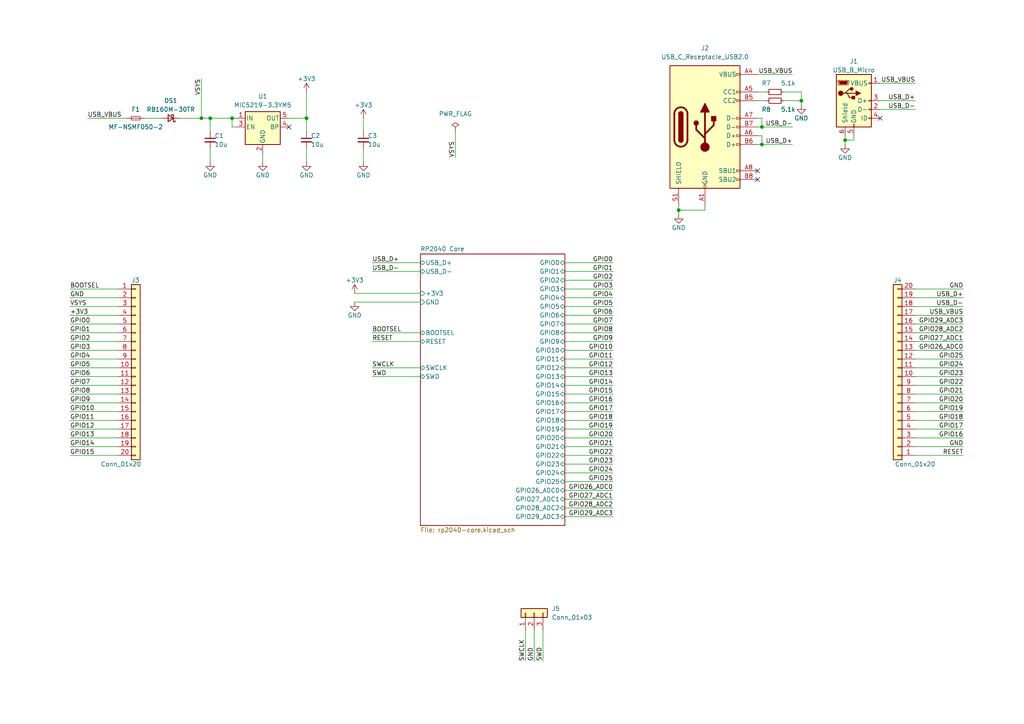
<source format=kicad_sch>
(kicad_sch
	(version 20231120)
	(generator "eeschema")
	(generator_version "8.0")
	(uuid "e63e39d7-6ac0-4ffd-8aa3-1841a4541b55")
	(paper "A4")
	(title_block
		(title "YUIOP2040b")
		(date "2024-08-03")
		(rev "1")
		(company "KaoriYa")
	)
	(lib_symbols
		(symbol "Connector:USB_B_Micro"
			(pin_names
				(offset 1.016)
			)
			(exclude_from_sim no)
			(in_bom yes)
			(on_board yes)
			(property "Reference" "J"
				(at -5.08 11.43 0)
				(effects
					(font
						(size 1.27 1.27)
					)
					(justify left)
				)
			)
			(property "Value" "USB_B_Micro"
				(at -5.08 8.89 0)
				(effects
					(font
						(size 1.27 1.27)
					)
					(justify left)
				)
			)
			(property "Footprint" ""
				(at 3.81 -1.27 0)
				(effects
					(font
						(size 1.27 1.27)
					)
					(hide yes)
				)
			)
			(property "Datasheet" "~"
				(at 3.81 -1.27 0)
				(effects
					(font
						(size 1.27 1.27)
					)
					(hide yes)
				)
			)
			(property "Description" "USB Micro Type B connector"
				(at 0 0 0)
				(effects
					(font
						(size 1.27 1.27)
					)
					(hide yes)
				)
			)
			(property "ki_keywords" "connector USB micro"
				(at 0 0 0)
				(effects
					(font
						(size 1.27 1.27)
					)
					(hide yes)
				)
			)
			(property "ki_fp_filters" "USB*"
				(at 0 0 0)
				(effects
					(font
						(size 1.27 1.27)
					)
					(hide yes)
				)
			)
			(symbol "USB_B_Micro_0_1"
				(rectangle
					(start -5.08 -7.62)
					(end 5.08 7.62)
					(stroke
						(width 0.254)
						(type default)
					)
					(fill
						(type background)
					)
				)
				(circle
					(center -3.81 2.159)
					(radius 0.635)
					(stroke
						(width 0.254)
						(type default)
					)
					(fill
						(type outline)
					)
				)
				(circle
					(center -0.635 3.429)
					(radius 0.381)
					(stroke
						(width 0.254)
						(type default)
					)
					(fill
						(type outline)
					)
				)
				(rectangle
					(start -0.127 -7.62)
					(end 0.127 -6.858)
					(stroke
						(width 0)
						(type default)
					)
					(fill
						(type none)
					)
				)
				(polyline
					(pts
						(xy -1.905 2.159) (xy 0.635 2.159)
					)
					(stroke
						(width 0.254)
						(type default)
					)
					(fill
						(type none)
					)
				)
				(polyline
					(pts
						(xy -3.175 2.159) (xy -2.54 2.159) (xy -1.27 3.429) (xy -0.635 3.429)
					)
					(stroke
						(width 0.254)
						(type default)
					)
					(fill
						(type none)
					)
				)
				(polyline
					(pts
						(xy -2.54 2.159) (xy -1.905 2.159) (xy -1.27 0.889) (xy 0 0.889)
					)
					(stroke
						(width 0.254)
						(type default)
					)
					(fill
						(type none)
					)
				)
				(polyline
					(pts
						(xy 0.635 2.794) (xy 0.635 1.524) (xy 1.905 2.159) (xy 0.635 2.794)
					)
					(stroke
						(width 0.254)
						(type default)
					)
					(fill
						(type outline)
					)
				)
				(polyline
					(pts
						(xy -4.318 5.588) (xy -1.778 5.588) (xy -2.032 4.826) (xy -4.064 4.826) (xy -4.318 5.588)
					)
					(stroke
						(width 0)
						(type default)
					)
					(fill
						(type outline)
					)
				)
				(polyline
					(pts
						(xy -4.699 5.842) (xy -4.699 5.588) (xy -4.445 4.826) (xy -4.445 4.572) (xy -1.651 4.572) (xy -1.651 4.826)
						(xy -1.397 5.588) (xy -1.397 5.842) (xy -4.699 5.842)
					)
					(stroke
						(width 0)
						(type default)
					)
					(fill
						(type none)
					)
				)
				(rectangle
					(start 0.254 1.27)
					(end -0.508 0.508)
					(stroke
						(width 0.254)
						(type default)
					)
					(fill
						(type outline)
					)
				)
				(rectangle
					(start 5.08 -5.207)
					(end 4.318 -4.953)
					(stroke
						(width 0)
						(type default)
					)
					(fill
						(type none)
					)
				)
				(rectangle
					(start 5.08 -2.667)
					(end 4.318 -2.413)
					(stroke
						(width 0)
						(type default)
					)
					(fill
						(type none)
					)
				)
				(rectangle
					(start 5.08 -0.127)
					(end 4.318 0.127)
					(stroke
						(width 0)
						(type default)
					)
					(fill
						(type none)
					)
				)
				(rectangle
					(start 5.08 4.953)
					(end 4.318 5.207)
					(stroke
						(width 0)
						(type default)
					)
					(fill
						(type none)
					)
				)
			)
			(symbol "USB_B_Micro_1_1"
				(pin power_out line
					(at 7.62 5.08 180)
					(length 2.54)
					(name "VBUS"
						(effects
							(font
								(size 1.27 1.27)
							)
						)
					)
					(number "1"
						(effects
							(font
								(size 1.27 1.27)
							)
						)
					)
				)
				(pin bidirectional line
					(at 7.62 -2.54 180)
					(length 2.54)
					(name "D-"
						(effects
							(font
								(size 1.27 1.27)
							)
						)
					)
					(number "2"
						(effects
							(font
								(size 1.27 1.27)
							)
						)
					)
				)
				(pin bidirectional line
					(at 7.62 0 180)
					(length 2.54)
					(name "D+"
						(effects
							(font
								(size 1.27 1.27)
							)
						)
					)
					(number "3"
						(effects
							(font
								(size 1.27 1.27)
							)
						)
					)
				)
				(pin passive line
					(at 7.62 -5.08 180)
					(length 2.54)
					(name "ID"
						(effects
							(font
								(size 1.27 1.27)
							)
						)
					)
					(number "4"
						(effects
							(font
								(size 1.27 1.27)
							)
						)
					)
				)
				(pin power_out line
					(at 0 -10.16 90)
					(length 2.54)
					(name "GND"
						(effects
							(font
								(size 1.27 1.27)
							)
						)
					)
					(number "5"
						(effects
							(font
								(size 1.27 1.27)
							)
						)
					)
				)
				(pin passive line
					(at -2.54 -10.16 90)
					(length 2.54)
					(name "Shield"
						(effects
							(font
								(size 1.27 1.27)
							)
						)
					)
					(number "6"
						(effects
							(font
								(size 1.27 1.27)
							)
						)
					)
				)
			)
		)
		(symbol "Connector:USB_C_Receptacle_USB2.0_16P"
			(pin_names
				(offset 1.016)
			)
			(exclude_from_sim no)
			(in_bom yes)
			(on_board yes)
			(property "Reference" "J"
				(at 0 22.225 0)
				(effects
					(font
						(size 1.27 1.27)
					)
				)
			)
			(property "Value" "USB_C_Receptacle_USB2.0_16P"
				(at 0 19.685 0)
				(effects
					(font
						(size 1.27 1.27)
					)
				)
			)
			(property "Footprint" ""
				(at 3.81 0 0)
				(effects
					(font
						(size 1.27 1.27)
					)
					(hide yes)
				)
			)
			(property "Datasheet" "https://www.usb.org/sites/default/files/documents/usb_type-c.zip"
				(at 3.81 0 0)
				(effects
					(font
						(size 1.27 1.27)
					)
					(hide yes)
				)
			)
			(property "Description" "USB 2.0-only 16P Type-C Receptacle connector"
				(at 0 0 0)
				(effects
					(font
						(size 1.27 1.27)
					)
					(hide yes)
				)
			)
			(property "ki_keywords" "usb universal serial bus type-C USB2.0"
				(at 0 0 0)
				(effects
					(font
						(size 1.27 1.27)
					)
					(hide yes)
				)
			)
			(property "ki_fp_filters" "USB*C*Receptacle*"
				(at 0 0 0)
				(effects
					(font
						(size 1.27 1.27)
					)
					(hide yes)
				)
			)
			(symbol "USB_C_Receptacle_USB2.0_16P_0_0"
				(rectangle
					(start -0.254 -17.78)
					(end 0.254 -16.764)
					(stroke
						(width 0)
						(type default)
					)
					(fill
						(type none)
					)
				)
				(rectangle
					(start 10.16 -14.986)
					(end 9.144 -15.494)
					(stroke
						(width 0)
						(type default)
					)
					(fill
						(type none)
					)
				)
				(rectangle
					(start 10.16 -12.446)
					(end 9.144 -12.954)
					(stroke
						(width 0)
						(type default)
					)
					(fill
						(type none)
					)
				)
				(rectangle
					(start 10.16 -4.826)
					(end 9.144 -5.334)
					(stroke
						(width 0)
						(type default)
					)
					(fill
						(type none)
					)
				)
				(rectangle
					(start 10.16 -2.286)
					(end 9.144 -2.794)
					(stroke
						(width 0)
						(type default)
					)
					(fill
						(type none)
					)
				)
				(rectangle
					(start 10.16 0.254)
					(end 9.144 -0.254)
					(stroke
						(width 0)
						(type default)
					)
					(fill
						(type none)
					)
				)
				(rectangle
					(start 10.16 2.794)
					(end 9.144 2.286)
					(stroke
						(width 0)
						(type default)
					)
					(fill
						(type none)
					)
				)
				(rectangle
					(start 10.16 7.874)
					(end 9.144 7.366)
					(stroke
						(width 0)
						(type default)
					)
					(fill
						(type none)
					)
				)
				(rectangle
					(start 10.16 10.414)
					(end 9.144 9.906)
					(stroke
						(width 0)
						(type default)
					)
					(fill
						(type none)
					)
				)
				(rectangle
					(start 10.16 15.494)
					(end 9.144 14.986)
					(stroke
						(width 0)
						(type default)
					)
					(fill
						(type none)
					)
				)
			)
			(symbol "USB_C_Receptacle_USB2.0_16P_0_1"
				(rectangle
					(start -10.16 17.78)
					(end 10.16 -17.78)
					(stroke
						(width 0.254)
						(type default)
					)
					(fill
						(type background)
					)
				)
				(arc
					(start -8.89 -3.81)
					(mid -6.985 -5.7067)
					(end -5.08 -3.81)
					(stroke
						(width 0.508)
						(type default)
					)
					(fill
						(type none)
					)
				)
				(arc
					(start -7.62 -3.81)
					(mid -6.985 -4.4423)
					(end -6.35 -3.81)
					(stroke
						(width 0.254)
						(type default)
					)
					(fill
						(type none)
					)
				)
				(arc
					(start -7.62 -3.81)
					(mid -6.985 -4.4423)
					(end -6.35 -3.81)
					(stroke
						(width 0.254)
						(type default)
					)
					(fill
						(type outline)
					)
				)
				(rectangle
					(start -7.62 -3.81)
					(end -6.35 3.81)
					(stroke
						(width 0.254)
						(type default)
					)
					(fill
						(type outline)
					)
				)
				(arc
					(start -6.35 3.81)
					(mid -6.985 4.4423)
					(end -7.62 3.81)
					(stroke
						(width 0.254)
						(type default)
					)
					(fill
						(type none)
					)
				)
				(arc
					(start -6.35 3.81)
					(mid -6.985 4.4423)
					(end -7.62 3.81)
					(stroke
						(width 0.254)
						(type default)
					)
					(fill
						(type outline)
					)
				)
				(arc
					(start -5.08 3.81)
					(mid -6.985 5.7067)
					(end -8.89 3.81)
					(stroke
						(width 0.508)
						(type default)
					)
					(fill
						(type none)
					)
				)
				(circle
					(center -2.54 1.143)
					(radius 0.635)
					(stroke
						(width 0.254)
						(type default)
					)
					(fill
						(type outline)
					)
				)
				(circle
					(center 0 -5.842)
					(radius 1.27)
					(stroke
						(width 0)
						(type default)
					)
					(fill
						(type outline)
					)
				)
				(polyline
					(pts
						(xy -8.89 -3.81) (xy -8.89 3.81)
					)
					(stroke
						(width 0.508)
						(type default)
					)
					(fill
						(type none)
					)
				)
				(polyline
					(pts
						(xy -5.08 3.81) (xy -5.08 -3.81)
					)
					(stroke
						(width 0.508)
						(type default)
					)
					(fill
						(type none)
					)
				)
				(polyline
					(pts
						(xy 0 -5.842) (xy 0 4.318)
					)
					(stroke
						(width 0.508)
						(type default)
					)
					(fill
						(type none)
					)
				)
				(polyline
					(pts
						(xy 0 -3.302) (xy -2.54 -0.762) (xy -2.54 0.508)
					)
					(stroke
						(width 0.508)
						(type default)
					)
					(fill
						(type none)
					)
				)
				(polyline
					(pts
						(xy 0 -2.032) (xy 2.54 0.508) (xy 2.54 1.778)
					)
					(stroke
						(width 0.508)
						(type default)
					)
					(fill
						(type none)
					)
				)
				(polyline
					(pts
						(xy -1.27 4.318) (xy 0 6.858) (xy 1.27 4.318) (xy -1.27 4.318)
					)
					(stroke
						(width 0.254)
						(type default)
					)
					(fill
						(type outline)
					)
				)
				(rectangle
					(start 1.905 1.778)
					(end 3.175 3.048)
					(stroke
						(width 0.254)
						(type default)
					)
					(fill
						(type outline)
					)
				)
			)
			(symbol "USB_C_Receptacle_USB2.0_16P_1_1"
				(pin passive line
					(at 0 -22.86 90)
					(length 5.08)
					(name "GND"
						(effects
							(font
								(size 1.27 1.27)
							)
						)
					)
					(number "A1"
						(effects
							(font
								(size 1.27 1.27)
							)
						)
					)
				)
				(pin passive line
					(at 0 -22.86 90)
					(length 5.08) hide
					(name "GND"
						(effects
							(font
								(size 1.27 1.27)
							)
						)
					)
					(number "A12"
						(effects
							(font
								(size 1.27 1.27)
							)
						)
					)
				)
				(pin passive line
					(at 15.24 15.24 180)
					(length 5.08)
					(name "VBUS"
						(effects
							(font
								(size 1.27 1.27)
							)
						)
					)
					(number "A4"
						(effects
							(font
								(size 1.27 1.27)
							)
						)
					)
				)
				(pin bidirectional line
					(at 15.24 10.16 180)
					(length 5.08)
					(name "CC1"
						(effects
							(font
								(size 1.27 1.27)
							)
						)
					)
					(number "A5"
						(effects
							(font
								(size 1.27 1.27)
							)
						)
					)
				)
				(pin bidirectional line
					(at 15.24 -2.54 180)
					(length 5.08)
					(name "D+"
						(effects
							(font
								(size 1.27 1.27)
							)
						)
					)
					(number "A6"
						(effects
							(font
								(size 1.27 1.27)
							)
						)
					)
				)
				(pin bidirectional line
					(at 15.24 2.54 180)
					(length 5.08)
					(name "D-"
						(effects
							(font
								(size 1.27 1.27)
							)
						)
					)
					(number "A7"
						(effects
							(font
								(size 1.27 1.27)
							)
						)
					)
				)
				(pin bidirectional line
					(at 15.24 -12.7 180)
					(length 5.08)
					(name "SBU1"
						(effects
							(font
								(size 1.27 1.27)
							)
						)
					)
					(number "A8"
						(effects
							(font
								(size 1.27 1.27)
							)
						)
					)
				)
				(pin passive line
					(at 15.24 15.24 180)
					(length 5.08) hide
					(name "VBUS"
						(effects
							(font
								(size 1.27 1.27)
							)
						)
					)
					(number "A9"
						(effects
							(font
								(size 1.27 1.27)
							)
						)
					)
				)
				(pin passive line
					(at 0 -22.86 90)
					(length 5.08) hide
					(name "GND"
						(effects
							(font
								(size 1.27 1.27)
							)
						)
					)
					(number "B1"
						(effects
							(font
								(size 1.27 1.27)
							)
						)
					)
				)
				(pin passive line
					(at 0 -22.86 90)
					(length 5.08) hide
					(name "GND"
						(effects
							(font
								(size 1.27 1.27)
							)
						)
					)
					(number "B12"
						(effects
							(font
								(size 1.27 1.27)
							)
						)
					)
				)
				(pin passive line
					(at 15.24 15.24 180)
					(length 5.08) hide
					(name "VBUS"
						(effects
							(font
								(size 1.27 1.27)
							)
						)
					)
					(number "B4"
						(effects
							(font
								(size 1.27 1.27)
							)
						)
					)
				)
				(pin bidirectional line
					(at 15.24 7.62 180)
					(length 5.08)
					(name "CC2"
						(effects
							(font
								(size 1.27 1.27)
							)
						)
					)
					(number "B5"
						(effects
							(font
								(size 1.27 1.27)
							)
						)
					)
				)
				(pin bidirectional line
					(at 15.24 -5.08 180)
					(length 5.08)
					(name "D+"
						(effects
							(font
								(size 1.27 1.27)
							)
						)
					)
					(number "B6"
						(effects
							(font
								(size 1.27 1.27)
							)
						)
					)
				)
				(pin bidirectional line
					(at 15.24 0 180)
					(length 5.08)
					(name "D-"
						(effects
							(font
								(size 1.27 1.27)
							)
						)
					)
					(number "B7"
						(effects
							(font
								(size 1.27 1.27)
							)
						)
					)
				)
				(pin bidirectional line
					(at 15.24 -15.24 180)
					(length 5.08)
					(name "SBU2"
						(effects
							(font
								(size 1.27 1.27)
							)
						)
					)
					(number "B8"
						(effects
							(font
								(size 1.27 1.27)
							)
						)
					)
				)
				(pin passive line
					(at 15.24 15.24 180)
					(length 5.08) hide
					(name "VBUS"
						(effects
							(font
								(size 1.27 1.27)
							)
						)
					)
					(number "B9"
						(effects
							(font
								(size 1.27 1.27)
							)
						)
					)
				)
				(pin passive line
					(at -7.62 -22.86 90)
					(length 5.08)
					(name "SHIELD"
						(effects
							(font
								(size 1.27 1.27)
							)
						)
					)
					(number "S1"
						(effects
							(font
								(size 1.27 1.27)
							)
						)
					)
				)
			)
		)
		(symbol "Connector_Generic:Conn_01x03"
			(pin_names
				(offset 1.016) hide)
			(exclude_from_sim no)
			(in_bom yes)
			(on_board yes)
			(property "Reference" "J"
				(at 0 5.08 0)
				(effects
					(font
						(size 1.27 1.27)
					)
				)
			)
			(property "Value" "Conn_01x03"
				(at 0 -5.08 0)
				(effects
					(font
						(size 1.27 1.27)
					)
				)
			)
			(property "Footprint" ""
				(at 0 0 0)
				(effects
					(font
						(size 1.27 1.27)
					)
					(hide yes)
				)
			)
			(property "Datasheet" "~"
				(at 0 0 0)
				(effects
					(font
						(size 1.27 1.27)
					)
					(hide yes)
				)
			)
			(property "Description" "Generic connector, single row, 01x03, script generated (kicad-library-utils/schlib/autogen/connector/)"
				(at 0 0 0)
				(effects
					(font
						(size 1.27 1.27)
					)
					(hide yes)
				)
			)
			(property "ki_keywords" "connector"
				(at 0 0 0)
				(effects
					(font
						(size 1.27 1.27)
					)
					(hide yes)
				)
			)
			(property "ki_fp_filters" "Connector*:*_1x??_*"
				(at 0 0 0)
				(effects
					(font
						(size 1.27 1.27)
					)
					(hide yes)
				)
			)
			(symbol "Conn_01x03_1_1"
				(rectangle
					(start -1.27 -2.413)
					(end 0 -2.667)
					(stroke
						(width 0.1524)
						(type default)
					)
					(fill
						(type none)
					)
				)
				(rectangle
					(start -1.27 0.127)
					(end 0 -0.127)
					(stroke
						(width 0.1524)
						(type default)
					)
					(fill
						(type none)
					)
				)
				(rectangle
					(start -1.27 2.667)
					(end 0 2.413)
					(stroke
						(width 0.1524)
						(type default)
					)
					(fill
						(type none)
					)
				)
				(rectangle
					(start -1.27 3.81)
					(end 1.27 -3.81)
					(stroke
						(width 0.254)
						(type default)
					)
					(fill
						(type background)
					)
				)
				(pin passive line
					(at -5.08 2.54 0)
					(length 3.81)
					(name "Pin_1"
						(effects
							(font
								(size 1.27 1.27)
							)
						)
					)
					(number "1"
						(effects
							(font
								(size 1.27 1.27)
							)
						)
					)
				)
				(pin passive line
					(at -5.08 0 0)
					(length 3.81)
					(name "Pin_2"
						(effects
							(font
								(size 1.27 1.27)
							)
						)
					)
					(number "2"
						(effects
							(font
								(size 1.27 1.27)
							)
						)
					)
				)
				(pin passive line
					(at -5.08 -2.54 0)
					(length 3.81)
					(name "Pin_3"
						(effects
							(font
								(size 1.27 1.27)
							)
						)
					)
					(number "3"
						(effects
							(font
								(size 1.27 1.27)
							)
						)
					)
				)
			)
		)
		(symbol "Connector_Generic:Conn_01x20"
			(pin_names
				(offset 1.016) hide)
			(exclude_from_sim no)
			(in_bom yes)
			(on_board yes)
			(property "Reference" "J"
				(at 0 25.4 0)
				(effects
					(font
						(size 1.27 1.27)
					)
				)
			)
			(property "Value" "Conn_01x20"
				(at 0 -27.94 0)
				(effects
					(font
						(size 1.27 1.27)
					)
				)
			)
			(property "Footprint" ""
				(at 0 0 0)
				(effects
					(font
						(size 1.27 1.27)
					)
					(hide yes)
				)
			)
			(property "Datasheet" "~"
				(at 0 0 0)
				(effects
					(font
						(size 1.27 1.27)
					)
					(hide yes)
				)
			)
			(property "Description" "Generic connector, single row, 01x20, script generated (kicad-library-utils/schlib/autogen/connector/)"
				(at 0 0 0)
				(effects
					(font
						(size 1.27 1.27)
					)
					(hide yes)
				)
			)
			(property "ki_keywords" "connector"
				(at 0 0 0)
				(effects
					(font
						(size 1.27 1.27)
					)
					(hide yes)
				)
			)
			(property "ki_fp_filters" "Connector*:*_1x??_*"
				(at 0 0 0)
				(effects
					(font
						(size 1.27 1.27)
					)
					(hide yes)
				)
			)
			(symbol "Conn_01x20_1_1"
				(rectangle
					(start -1.27 -25.273)
					(end 0 -25.527)
					(stroke
						(width 0.1524)
						(type default)
					)
					(fill
						(type none)
					)
				)
				(rectangle
					(start -1.27 -22.733)
					(end 0 -22.987)
					(stroke
						(width 0.1524)
						(type default)
					)
					(fill
						(type none)
					)
				)
				(rectangle
					(start -1.27 -20.193)
					(end 0 -20.447)
					(stroke
						(width 0.1524)
						(type default)
					)
					(fill
						(type none)
					)
				)
				(rectangle
					(start -1.27 -17.653)
					(end 0 -17.907)
					(stroke
						(width 0.1524)
						(type default)
					)
					(fill
						(type none)
					)
				)
				(rectangle
					(start -1.27 -15.113)
					(end 0 -15.367)
					(stroke
						(width 0.1524)
						(type default)
					)
					(fill
						(type none)
					)
				)
				(rectangle
					(start -1.27 -12.573)
					(end 0 -12.827)
					(stroke
						(width 0.1524)
						(type default)
					)
					(fill
						(type none)
					)
				)
				(rectangle
					(start -1.27 -10.033)
					(end 0 -10.287)
					(stroke
						(width 0.1524)
						(type default)
					)
					(fill
						(type none)
					)
				)
				(rectangle
					(start -1.27 -7.493)
					(end 0 -7.747)
					(stroke
						(width 0.1524)
						(type default)
					)
					(fill
						(type none)
					)
				)
				(rectangle
					(start -1.27 -4.953)
					(end 0 -5.207)
					(stroke
						(width 0.1524)
						(type default)
					)
					(fill
						(type none)
					)
				)
				(rectangle
					(start -1.27 -2.413)
					(end 0 -2.667)
					(stroke
						(width 0.1524)
						(type default)
					)
					(fill
						(type none)
					)
				)
				(rectangle
					(start -1.27 0.127)
					(end 0 -0.127)
					(stroke
						(width 0.1524)
						(type default)
					)
					(fill
						(type none)
					)
				)
				(rectangle
					(start -1.27 2.667)
					(end 0 2.413)
					(stroke
						(width 0.1524)
						(type default)
					)
					(fill
						(type none)
					)
				)
				(rectangle
					(start -1.27 5.207)
					(end 0 4.953)
					(stroke
						(width 0.1524)
						(type default)
					)
					(fill
						(type none)
					)
				)
				(rectangle
					(start -1.27 7.747)
					(end 0 7.493)
					(stroke
						(width 0.1524)
						(type default)
					)
					(fill
						(type none)
					)
				)
				(rectangle
					(start -1.27 10.287)
					(end 0 10.033)
					(stroke
						(width 0.1524)
						(type default)
					)
					(fill
						(type none)
					)
				)
				(rectangle
					(start -1.27 12.827)
					(end 0 12.573)
					(stroke
						(width 0.1524)
						(type default)
					)
					(fill
						(type none)
					)
				)
				(rectangle
					(start -1.27 15.367)
					(end 0 15.113)
					(stroke
						(width 0.1524)
						(type default)
					)
					(fill
						(type none)
					)
				)
				(rectangle
					(start -1.27 17.907)
					(end 0 17.653)
					(stroke
						(width 0.1524)
						(type default)
					)
					(fill
						(type none)
					)
				)
				(rectangle
					(start -1.27 20.447)
					(end 0 20.193)
					(stroke
						(width 0.1524)
						(type default)
					)
					(fill
						(type none)
					)
				)
				(rectangle
					(start -1.27 22.987)
					(end 0 22.733)
					(stroke
						(width 0.1524)
						(type default)
					)
					(fill
						(type none)
					)
				)
				(rectangle
					(start -1.27 24.13)
					(end 1.27 -26.67)
					(stroke
						(width 0.254)
						(type default)
					)
					(fill
						(type background)
					)
				)
				(pin passive line
					(at -5.08 22.86 0)
					(length 3.81)
					(name "Pin_1"
						(effects
							(font
								(size 1.27 1.27)
							)
						)
					)
					(number "1"
						(effects
							(font
								(size 1.27 1.27)
							)
						)
					)
				)
				(pin passive line
					(at -5.08 0 0)
					(length 3.81)
					(name "Pin_10"
						(effects
							(font
								(size 1.27 1.27)
							)
						)
					)
					(number "10"
						(effects
							(font
								(size 1.27 1.27)
							)
						)
					)
				)
				(pin passive line
					(at -5.08 -2.54 0)
					(length 3.81)
					(name "Pin_11"
						(effects
							(font
								(size 1.27 1.27)
							)
						)
					)
					(number "11"
						(effects
							(font
								(size 1.27 1.27)
							)
						)
					)
				)
				(pin passive line
					(at -5.08 -5.08 0)
					(length 3.81)
					(name "Pin_12"
						(effects
							(font
								(size 1.27 1.27)
							)
						)
					)
					(number "12"
						(effects
							(font
								(size 1.27 1.27)
							)
						)
					)
				)
				(pin passive line
					(at -5.08 -7.62 0)
					(length 3.81)
					(name "Pin_13"
						(effects
							(font
								(size 1.27 1.27)
							)
						)
					)
					(number "13"
						(effects
							(font
								(size 1.27 1.27)
							)
						)
					)
				)
				(pin passive line
					(at -5.08 -10.16 0)
					(length 3.81)
					(name "Pin_14"
						(effects
							(font
								(size 1.27 1.27)
							)
						)
					)
					(number "14"
						(effects
							(font
								(size 1.27 1.27)
							)
						)
					)
				)
				(pin passive line
					(at -5.08 -12.7 0)
					(length 3.81)
					(name "Pin_15"
						(effects
							(font
								(size 1.27 1.27)
							)
						)
					)
					(number "15"
						(effects
							(font
								(size 1.27 1.27)
							)
						)
					)
				)
				(pin passive line
					(at -5.08 -15.24 0)
					(length 3.81)
					(name "Pin_16"
						(effects
							(font
								(size 1.27 1.27)
							)
						)
					)
					(number "16"
						(effects
							(font
								(size 1.27 1.27)
							)
						)
					)
				)
				(pin passive line
					(at -5.08 -17.78 0)
					(length 3.81)
					(name "Pin_17"
						(effects
							(font
								(size 1.27 1.27)
							)
						)
					)
					(number "17"
						(effects
							(font
								(size 1.27 1.27)
							)
						)
					)
				)
				(pin passive line
					(at -5.08 -20.32 0)
					(length 3.81)
					(name "Pin_18"
						(effects
							(font
								(size 1.27 1.27)
							)
						)
					)
					(number "18"
						(effects
							(font
								(size 1.27 1.27)
							)
						)
					)
				)
				(pin passive line
					(at -5.08 -22.86 0)
					(length 3.81)
					(name "Pin_19"
						(effects
							(font
								(size 1.27 1.27)
							)
						)
					)
					(number "19"
						(effects
							(font
								(size 1.27 1.27)
							)
						)
					)
				)
				(pin passive line
					(at -5.08 20.32 0)
					(length 3.81)
					(name "Pin_2"
						(effects
							(font
								(size 1.27 1.27)
							)
						)
					)
					(number "2"
						(effects
							(font
								(size 1.27 1.27)
							)
						)
					)
				)
				(pin passive line
					(at -5.08 -25.4 0)
					(length 3.81)
					(name "Pin_20"
						(effects
							(font
								(size 1.27 1.27)
							)
						)
					)
					(number "20"
						(effects
							(font
								(size 1.27 1.27)
							)
						)
					)
				)
				(pin passive line
					(at -5.08 17.78 0)
					(length 3.81)
					(name "Pin_3"
						(effects
							(font
								(size 1.27 1.27)
							)
						)
					)
					(number "3"
						(effects
							(font
								(size 1.27 1.27)
							)
						)
					)
				)
				(pin passive line
					(at -5.08 15.24 0)
					(length 3.81)
					(name "Pin_4"
						(effects
							(font
								(size 1.27 1.27)
							)
						)
					)
					(number "4"
						(effects
							(font
								(size 1.27 1.27)
							)
						)
					)
				)
				(pin passive line
					(at -5.08 12.7 0)
					(length 3.81)
					(name "Pin_5"
						(effects
							(font
								(size 1.27 1.27)
							)
						)
					)
					(number "5"
						(effects
							(font
								(size 1.27 1.27)
							)
						)
					)
				)
				(pin passive line
					(at -5.08 10.16 0)
					(length 3.81)
					(name "Pin_6"
						(effects
							(font
								(size 1.27 1.27)
							)
						)
					)
					(number "6"
						(effects
							(font
								(size 1.27 1.27)
							)
						)
					)
				)
				(pin passive line
					(at -5.08 7.62 0)
					(length 3.81)
					(name "Pin_7"
						(effects
							(font
								(size 1.27 1.27)
							)
						)
					)
					(number "7"
						(effects
							(font
								(size 1.27 1.27)
							)
						)
					)
				)
				(pin passive line
					(at -5.08 5.08 0)
					(length 3.81)
					(name "Pin_8"
						(effects
							(font
								(size 1.27 1.27)
							)
						)
					)
					(number "8"
						(effects
							(font
								(size 1.27 1.27)
							)
						)
					)
				)
				(pin passive line
					(at -5.08 2.54 0)
					(length 3.81)
					(name "Pin_9"
						(effects
							(font
								(size 1.27 1.27)
							)
						)
					)
					(number "9"
						(effects
							(font
								(size 1.27 1.27)
							)
						)
					)
				)
			)
		)
		(symbol "Device:C_Small"
			(pin_numbers hide)
			(pin_names
				(offset 0.254) hide)
			(exclude_from_sim no)
			(in_bom yes)
			(on_board yes)
			(property "Reference" "C"
				(at 0.254 1.778 0)
				(effects
					(font
						(size 1.27 1.27)
					)
					(justify left)
				)
			)
			(property "Value" "C_Small"
				(at 0.254 -2.032 0)
				(effects
					(font
						(size 1.27 1.27)
					)
					(justify left)
				)
			)
			(property "Footprint" ""
				(at 0 0 0)
				(effects
					(font
						(size 1.27 1.27)
					)
					(hide yes)
				)
			)
			(property "Datasheet" "~"
				(at 0 0 0)
				(effects
					(font
						(size 1.27 1.27)
					)
					(hide yes)
				)
			)
			(property "Description" "Unpolarized capacitor, small symbol"
				(at 0 0 0)
				(effects
					(font
						(size 1.27 1.27)
					)
					(hide yes)
				)
			)
			(property "ki_keywords" "capacitor cap"
				(at 0 0 0)
				(effects
					(font
						(size 1.27 1.27)
					)
					(hide yes)
				)
			)
			(property "ki_fp_filters" "C_*"
				(at 0 0 0)
				(effects
					(font
						(size 1.27 1.27)
					)
					(hide yes)
				)
			)
			(symbol "C_Small_0_1"
				(polyline
					(pts
						(xy -1.524 -0.508) (xy 1.524 -0.508)
					)
					(stroke
						(width 0.3302)
						(type default)
					)
					(fill
						(type none)
					)
				)
				(polyline
					(pts
						(xy -1.524 0.508) (xy 1.524 0.508)
					)
					(stroke
						(width 0.3048)
						(type default)
					)
					(fill
						(type none)
					)
				)
			)
			(symbol "C_Small_1_1"
				(pin passive line
					(at 0 2.54 270)
					(length 2.032)
					(name "~"
						(effects
							(font
								(size 1.27 1.27)
							)
						)
					)
					(number "1"
						(effects
							(font
								(size 1.27 1.27)
							)
						)
					)
				)
				(pin passive line
					(at 0 -2.54 90)
					(length 2.032)
					(name "~"
						(effects
							(font
								(size 1.27 1.27)
							)
						)
					)
					(number "2"
						(effects
							(font
								(size 1.27 1.27)
							)
						)
					)
				)
			)
		)
		(symbol "Device:D_Schottky_Small"
			(pin_numbers hide)
			(pin_names
				(offset 0.254) hide)
			(exclude_from_sim no)
			(in_bom yes)
			(on_board yes)
			(property "Reference" "D"
				(at -1.27 2.032 0)
				(effects
					(font
						(size 1.27 1.27)
					)
					(justify left)
				)
			)
			(property "Value" "D_Schottky_Small"
				(at -7.112 -2.032 0)
				(effects
					(font
						(size 1.27 1.27)
					)
					(justify left)
				)
			)
			(property "Footprint" ""
				(at 0 0 90)
				(effects
					(font
						(size 1.27 1.27)
					)
					(hide yes)
				)
			)
			(property "Datasheet" "~"
				(at 0 0 90)
				(effects
					(font
						(size 1.27 1.27)
					)
					(hide yes)
				)
			)
			(property "Description" "Schottky diode, small symbol"
				(at 0 0 0)
				(effects
					(font
						(size 1.27 1.27)
					)
					(hide yes)
				)
			)
			(property "ki_keywords" "diode Schottky"
				(at 0 0 0)
				(effects
					(font
						(size 1.27 1.27)
					)
					(hide yes)
				)
			)
			(property "ki_fp_filters" "TO-???* *_Diode_* *SingleDiode* D_*"
				(at 0 0 0)
				(effects
					(font
						(size 1.27 1.27)
					)
					(hide yes)
				)
			)
			(symbol "D_Schottky_Small_0_1"
				(polyline
					(pts
						(xy -0.762 0) (xy 0.762 0)
					)
					(stroke
						(width 0)
						(type default)
					)
					(fill
						(type none)
					)
				)
				(polyline
					(pts
						(xy 0.762 -1.016) (xy -0.762 0) (xy 0.762 1.016) (xy 0.762 -1.016)
					)
					(stroke
						(width 0.254)
						(type default)
					)
					(fill
						(type none)
					)
				)
				(polyline
					(pts
						(xy -1.27 0.762) (xy -1.27 1.016) (xy -0.762 1.016) (xy -0.762 -1.016) (xy -0.254 -1.016) (xy -0.254 -0.762)
					)
					(stroke
						(width 0.254)
						(type default)
					)
					(fill
						(type none)
					)
				)
			)
			(symbol "D_Schottky_Small_1_1"
				(pin passive line
					(at -2.54 0 0)
					(length 1.778)
					(name "K"
						(effects
							(font
								(size 1.27 1.27)
							)
						)
					)
					(number "1"
						(effects
							(font
								(size 1.27 1.27)
							)
						)
					)
				)
				(pin passive line
					(at 2.54 0 180)
					(length 1.778)
					(name "A"
						(effects
							(font
								(size 1.27 1.27)
							)
						)
					)
					(number "2"
						(effects
							(font
								(size 1.27 1.27)
							)
						)
					)
				)
			)
		)
		(symbol "Device:Fuse_Small"
			(pin_numbers hide)
			(pin_names
				(offset 0.254) hide)
			(exclude_from_sim no)
			(in_bom yes)
			(on_board yes)
			(property "Reference" "F"
				(at 0 -1.524 0)
				(effects
					(font
						(size 1.27 1.27)
					)
				)
			)
			(property "Value" "Fuse_Small"
				(at 0 1.524 0)
				(effects
					(font
						(size 1.27 1.27)
					)
				)
			)
			(property "Footprint" ""
				(at 0 0 0)
				(effects
					(font
						(size 1.27 1.27)
					)
					(hide yes)
				)
			)
			(property "Datasheet" "~"
				(at 0 0 0)
				(effects
					(font
						(size 1.27 1.27)
					)
					(hide yes)
				)
			)
			(property "Description" "Fuse, small symbol"
				(at 0 0 0)
				(effects
					(font
						(size 1.27 1.27)
					)
					(hide yes)
				)
			)
			(property "ki_keywords" "fuse"
				(at 0 0 0)
				(effects
					(font
						(size 1.27 1.27)
					)
					(hide yes)
				)
			)
			(property "ki_fp_filters" "*Fuse*"
				(at 0 0 0)
				(effects
					(font
						(size 1.27 1.27)
					)
					(hide yes)
				)
			)
			(symbol "Fuse_Small_0_1"
				(rectangle
					(start -1.27 0.508)
					(end 1.27 -0.508)
					(stroke
						(width 0)
						(type default)
					)
					(fill
						(type none)
					)
				)
				(polyline
					(pts
						(xy -1.27 0) (xy 1.27 0)
					)
					(stroke
						(width 0)
						(type default)
					)
					(fill
						(type none)
					)
				)
			)
			(symbol "Fuse_Small_1_1"
				(pin passive line
					(at -2.54 0 0)
					(length 1.27)
					(name "~"
						(effects
							(font
								(size 1.27 1.27)
							)
						)
					)
					(number "1"
						(effects
							(font
								(size 1.27 1.27)
							)
						)
					)
				)
				(pin passive line
					(at 2.54 0 180)
					(length 1.27)
					(name "~"
						(effects
							(font
								(size 1.27 1.27)
							)
						)
					)
					(number "2"
						(effects
							(font
								(size 1.27 1.27)
							)
						)
					)
				)
			)
		)
		(symbol "Device:R_Small"
			(pin_numbers hide)
			(pin_names
				(offset 0.254) hide)
			(exclude_from_sim no)
			(in_bom yes)
			(on_board yes)
			(property "Reference" "R"
				(at 0.762 0.508 0)
				(effects
					(font
						(size 1.27 1.27)
					)
					(justify left)
				)
			)
			(property "Value" "R_Small"
				(at 0.762 -1.016 0)
				(effects
					(font
						(size 1.27 1.27)
					)
					(justify left)
				)
			)
			(property "Footprint" ""
				(at 0 0 0)
				(effects
					(font
						(size 1.27 1.27)
					)
					(hide yes)
				)
			)
			(property "Datasheet" "~"
				(at 0 0 0)
				(effects
					(font
						(size 1.27 1.27)
					)
					(hide yes)
				)
			)
			(property "Description" "Resistor, small symbol"
				(at 0 0 0)
				(effects
					(font
						(size 1.27 1.27)
					)
					(hide yes)
				)
			)
			(property "ki_keywords" "R resistor"
				(at 0 0 0)
				(effects
					(font
						(size 1.27 1.27)
					)
					(hide yes)
				)
			)
			(property "ki_fp_filters" "R_*"
				(at 0 0 0)
				(effects
					(font
						(size 1.27 1.27)
					)
					(hide yes)
				)
			)
			(symbol "R_Small_0_1"
				(rectangle
					(start -0.762 1.778)
					(end 0.762 -1.778)
					(stroke
						(width 0.2032)
						(type default)
					)
					(fill
						(type none)
					)
				)
			)
			(symbol "R_Small_1_1"
				(pin passive line
					(at 0 2.54 270)
					(length 0.762)
					(name "~"
						(effects
							(font
								(size 1.27 1.27)
							)
						)
					)
					(number "1"
						(effects
							(font
								(size 1.27 1.27)
							)
						)
					)
				)
				(pin passive line
					(at 0 -2.54 90)
					(length 0.762)
					(name "~"
						(effects
							(font
								(size 1.27 1.27)
							)
						)
					)
					(number "2"
						(effects
							(font
								(size 1.27 1.27)
							)
						)
					)
				)
			)
		)
		(symbol "Regulator_Linear:MIC5219-3.3YM5"
			(pin_names
				(offset 0.254)
			)
			(exclude_from_sim no)
			(in_bom yes)
			(on_board yes)
			(property "Reference" "U"
				(at -3.81 5.715 0)
				(effects
					(font
						(size 1.27 1.27)
					)
				)
			)
			(property "Value" "MIC5219-3.3YM5"
				(at 0 5.715 0)
				(effects
					(font
						(size 1.27 1.27)
					)
					(justify left)
				)
			)
			(property "Footprint" "Package_TO_SOT_SMD:SOT-23-5"
				(at 0 8.255 0)
				(effects
					(font
						(size 1.27 1.27)
					)
					(hide yes)
				)
			)
			(property "Datasheet" "http://ww1.microchip.com/downloads/en/DeviceDoc/MIC5219-500mA-Peak-Output-LDO-Regulator-DS20006021A.pdf"
				(at 0 0 0)
				(effects
					(font
						(size 1.27 1.27)
					)
					(hide yes)
				)
			)
			(property "Description" "500mA low dropout linear regulator, fixed 3.3V output, SOT-23-5"
				(at 0 0 0)
				(effects
					(font
						(size 1.27 1.27)
					)
					(hide yes)
				)
			)
			(property "ki_keywords" "500mA ultra-low-noise LDO linear voltage regulator fixed positive"
				(at 0 0 0)
				(effects
					(font
						(size 1.27 1.27)
					)
					(hide yes)
				)
			)
			(property "ki_fp_filters" "SOT?23*"
				(at 0 0 0)
				(effects
					(font
						(size 1.27 1.27)
					)
					(hide yes)
				)
			)
			(symbol "MIC5219-3.3YM5_0_1"
				(rectangle
					(start -5.08 4.445)
					(end 5.08 -5.08)
					(stroke
						(width 0.254)
						(type default)
					)
					(fill
						(type background)
					)
				)
			)
			(symbol "MIC5219-3.3YM5_1_1"
				(pin power_in line
					(at -7.62 2.54 0)
					(length 2.54)
					(name "IN"
						(effects
							(font
								(size 1.27 1.27)
							)
						)
					)
					(number "1"
						(effects
							(font
								(size 1.27 1.27)
							)
						)
					)
				)
				(pin power_in line
					(at 0 -7.62 90)
					(length 2.54)
					(name "GND"
						(effects
							(font
								(size 1.27 1.27)
							)
						)
					)
					(number "2"
						(effects
							(font
								(size 1.27 1.27)
							)
						)
					)
				)
				(pin input line
					(at -7.62 0 0)
					(length 2.54)
					(name "EN"
						(effects
							(font
								(size 1.27 1.27)
							)
						)
					)
					(number "3"
						(effects
							(font
								(size 1.27 1.27)
							)
						)
					)
				)
				(pin input line
					(at 7.62 0 180)
					(length 2.54)
					(name "BP"
						(effects
							(font
								(size 1.27 1.27)
							)
						)
					)
					(number "4"
						(effects
							(font
								(size 1.27 1.27)
							)
						)
					)
				)
				(pin power_out line
					(at 7.62 2.54 180)
					(length 2.54)
					(name "OUT"
						(effects
							(font
								(size 1.27 1.27)
							)
						)
					)
					(number "5"
						(effects
							(font
								(size 1.27 1.27)
							)
						)
					)
				)
			)
		)
		(symbol "power:+3V3"
			(power)
			(pin_numbers hide)
			(pin_names
				(offset 0) hide)
			(exclude_from_sim no)
			(in_bom yes)
			(on_board yes)
			(property "Reference" "#PWR"
				(at 0 -3.81 0)
				(effects
					(font
						(size 1.27 1.27)
					)
					(hide yes)
				)
			)
			(property "Value" "+3V3"
				(at 0 3.556 0)
				(effects
					(font
						(size 1.27 1.27)
					)
				)
			)
			(property "Footprint" ""
				(at 0 0 0)
				(effects
					(font
						(size 1.27 1.27)
					)
					(hide yes)
				)
			)
			(property "Datasheet" ""
				(at 0 0 0)
				(effects
					(font
						(size 1.27 1.27)
					)
					(hide yes)
				)
			)
			(property "Description" "Power symbol creates a global label with name \"+3V3\""
				(at 0 0 0)
				(effects
					(font
						(size 1.27 1.27)
					)
					(hide yes)
				)
			)
			(property "ki_keywords" "global power"
				(at 0 0 0)
				(effects
					(font
						(size 1.27 1.27)
					)
					(hide yes)
				)
			)
			(symbol "+3V3_0_1"
				(polyline
					(pts
						(xy -0.762 1.27) (xy 0 2.54)
					)
					(stroke
						(width 0)
						(type default)
					)
					(fill
						(type none)
					)
				)
				(polyline
					(pts
						(xy 0 0) (xy 0 2.54)
					)
					(stroke
						(width 0)
						(type default)
					)
					(fill
						(type none)
					)
				)
				(polyline
					(pts
						(xy 0 2.54) (xy 0.762 1.27)
					)
					(stroke
						(width 0)
						(type default)
					)
					(fill
						(type none)
					)
				)
			)
			(symbol "+3V3_1_1"
				(pin power_in line
					(at 0 0 90)
					(length 0)
					(name "~"
						(effects
							(font
								(size 1.27 1.27)
							)
						)
					)
					(number "1"
						(effects
							(font
								(size 1.27 1.27)
							)
						)
					)
				)
			)
		)
		(symbol "power:GND"
			(power)
			(pin_numbers hide)
			(pin_names
				(offset 0) hide)
			(exclude_from_sim no)
			(in_bom yes)
			(on_board yes)
			(property "Reference" "#PWR"
				(at 0 -6.35 0)
				(effects
					(font
						(size 1.27 1.27)
					)
					(hide yes)
				)
			)
			(property "Value" "GND"
				(at 0 -3.81 0)
				(effects
					(font
						(size 1.27 1.27)
					)
				)
			)
			(property "Footprint" ""
				(at 0 0 0)
				(effects
					(font
						(size 1.27 1.27)
					)
					(hide yes)
				)
			)
			(property "Datasheet" ""
				(at 0 0 0)
				(effects
					(font
						(size 1.27 1.27)
					)
					(hide yes)
				)
			)
			(property "Description" "Power symbol creates a global label with name \"GND\" , ground"
				(at 0 0 0)
				(effects
					(font
						(size 1.27 1.27)
					)
					(hide yes)
				)
			)
			(property "ki_keywords" "global power"
				(at 0 0 0)
				(effects
					(font
						(size 1.27 1.27)
					)
					(hide yes)
				)
			)
			(symbol "GND_0_1"
				(polyline
					(pts
						(xy 0 0) (xy 0 -1.27) (xy 1.27 -1.27) (xy 0 -2.54) (xy -1.27 -1.27) (xy 0 -1.27)
					)
					(stroke
						(width 0)
						(type default)
					)
					(fill
						(type none)
					)
				)
			)
			(symbol "GND_1_1"
				(pin power_in line
					(at 0 0 270)
					(length 0)
					(name "~"
						(effects
							(font
								(size 1.27 1.27)
							)
						)
					)
					(number "1"
						(effects
							(font
								(size 1.27 1.27)
							)
						)
					)
				)
			)
		)
		(symbol "power:PWR_FLAG"
			(power)
			(pin_numbers hide)
			(pin_names
				(offset 0) hide)
			(exclude_from_sim no)
			(in_bom yes)
			(on_board yes)
			(property "Reference" "#FLG"
				(at 0 1.905 0)
				(effects
					(font
						(size 1.27 1.27)
					)
					(hide yes)
				)
			)
			(property "Value" "PWR_FLAG"
				(at 0 3.81 0)
				(effects
					(font
						(size 1.27 1.27)
					)
				)
			)
			(property "Footprint" ""
				(at 0 0 0)
				(effects
					(font
						(size 1.27 1.27)
					)
					(hide yes)
				)
			)
			(property "Datasheet" "~"
				(at 0 0 0)
				(effects
					(font
						(size 1.27 1.27)
					)
					(hide yes)
				)
			)
			(property "Description" "Special symbol for telling ERC where power comes from"
				(at 0 0 0)
				(effects
					(font
						(size 1.27 1.27)
					)
					(hide yes)
				)
			)
			(property "ki_keywords" "flag power"
				(at 0 0 0)
				(effects
					(font
						(size 1.27 1.27)
					)
					(hide yes)
				)
			)
			(symbol "PWR_FLAG_0_0"
				(pin power_out line
					(at 0 0 90)
					(length 0)
					(name "~"
						(effects
							(font
								(size 1.27 1.27)
							)
						)
					)
					(number "1"
						(effects
							(font
								(size 1.27 1.27)
							)
						)
					)
				)
			)
			(symbol "PWR_FLAG_0_1"
				(polyline
					(pts
						(xy 0 0) (xy 0 1.27) (xy -1.016 1.905) (xy 0 2.54) (xy 1.016 1.905) (xy 0 1.27)
					)
					(stroke
						(width 0)
						(type default)
					)
					(fill
						(type none)
					)
				)
			)
		)
	)
	(junction
		(at 232.41 29.21)
		(diameter 0)
		(color 0 0 0 0)
		(uuid "101918d0-79fe-419f-82ea-6ff02343ba92")
	)
	(junction
		(at 58.42 34.29)
		(diameter 0)
		(color 0 0 0 0)
		(uuid "558a47a7-c841-4c42-b696-f831ee16f7ef")
	)
	(junction
		(at 220.98 41.91)
		(diameter 0)
		(color 0 0 0 0)
		(uuid "96f93caa-c17c-4dd4-98a0-a1c953a9da60")
	)
	(junction
		(at 245.11 40.64)
		(diameter 0)
		(color 0 0 0 0)
		(uuid "9905bf66-f712-4aa6-9574-af06595f8c82")
	)
	(junction
		(at 88.9 34.29)
		(diameter 0)
		(color 0 0 0 0)
		(uuid "a29863a5-c59e-4f8d-8c0c-e00a9130b36e")
	)
	(junction
		(at 220.98 36.83)
		(diameter 0)
		(color 0 0 0 0)
		(uuid "bec06c90-4e71-4d42-99a5-3d3e212628f9")
	)
	(junction
		(at 196.85 60.96)
		(diameter 0)
		(color 0 0 0 0)
		(uuid "cba11ef5-4028-469a-a673-0cc04feab8d6")
	)
	(junction
		(at 60.96 34.29)
		(diameter 0)
		(color 0 0 0 0)
		(uuid "ef4cc3f2-4e0f-4223-b191-ac9065ed1c32")
	)
	(junction
		(at 67.31 34.29)
		(diameter 0)
		(color 0 0 0 0)
		(uuid "f1aae254-719c-4285-8733-e083439a42c2")
	)
	(no_connect
		(at 219.71 49.53)
		(uuid "4d75b9e4-6821-4254-a7b1-6e2de6720543")
	)
	(no_connect
		(at 219.71 52.07)
		(uuid "4d75b9e4-6821-4254-a7b1-6e2de6720544")
	)
	(no_connect
		(at 255.27 34.29)
		(uuid "7ed1af22-116b-4d4f-b5ee-3cde5cf44a0d")
	)
	(no_connect
		(at 83.82 36.83)
		(uuid "cafb6c64-116d-453b-a874-9d59da7bfafd")
	)
	(wire
		(pts
			(xy 68.58 36.83) (xy 67.31 36.83)
		)
		(stroke
			(width 0)
			(type default)
		)
		(uuid "0067b846-7a1b-4e1a-bd06-99e86136193c")
	)
	(wire
		(pts
			(xy 232.41 30.48) (xy 232.41 29.21)
		)
		(stroke
			(width 0)
			(type default)
		)
		(uuid "0104ac4d-3c78-467e-986d-10ffab55d09f")
	)
	(wire
		(pts
			(xy 279.4 83.82) (xy 265.43 83.82)
		)
		(stroke
			(width 0)
			(type default)
		)
		(uuid "038ea8e5-1717-42d1-925f-bc2ed25c41ca")
	)
	(wire
		(pts
			(xy 163.83 142.24) (xy 177.8 142.24)
		)
		(stroke
			(width 0)
			(type default)
		)
		(uuid "079e97f6-fb8c-4b84-8075-ea8e7ea6542e")
	)
	(wire
		(pts
			(xy 220.98 36.83) (xy 220.98 34.29)
		)
		(stroke
			(width 0)
			(type default)
		)
		(uuid "093fe6fd-c41a-4479-8ad1-fd667122f9ba")
	)
	(wire
		(pts
			(xy 163.83 86.36) (xy 177.8 86.36)
		)
		(stroke
			(width 0)
			(type default)
		)
		(uuid "0ac0fe72-cd3a-4bf2-8c2c-c58c4cc95fe0")
	)
	(wire
		(pts
			(xy 34.29 109.22) (xy 20.32 109.22)
		)
		(stroke
			(width 0)
			(type default)
		)
		(uuid "0b429b08-2a6d-4570-9767-dc9676bc0a2f")
	)
	(wire
		(pts
			(xy 163.83 132.08) (xy 177.8 132.08)
		)
		(stroke
			(width 0)
			(type default)
		)
		(uuid "0bac5304-2c5d-4822-b488-25bdba6dbab8")
	)
	(wire
		(pts
			(xy 88.9 34.29) (xy 88.9 38.1)
		)
		(stroke
			(width 0)
			(type default)
		)
		(uuid "0ca84342-6c2a-42f5-95d5-1ca3f4023a7e")
	)
	(wire
		(pts
			(xy 265.43 116.84) (xy 279.4 116.84)
		)
		(stroke
			(width 0)
			(type default)
		)
		(uuid "0cd6f6ac-4d2c-469c-ba82-4799101d7634")
	)
	(wire
		(pts
			(xy 152.4 182.88) (xy 152.4 191.77)
		)
		(stroke
			(width 0)
			(type default)
		)
		(uuid "0ff52217-3df2-4523-8b22-daff75e64931")
	)
	(wire
		(pts
			(xy 232.41 26.67) (xy 232.41 29.21)
		)
		(stroke
			(width 0)
			(type default)
		)
		(uuid "1021c54c-1493-46a5-a41d-d22c19ce60a7")
	)
	(wire
		(pts
			(xy 204.47 59.69) (xy 204.47 60.96)
		)
		(stroke
			(width 0)
			(type default)
		)
		(uuid "111c1398-a2cc-4f4a-a398-9bddc4da9d64")
	)
	(wire
		(pts
			(xy 219.71 41.91) (xy 220.98 41.91)
		)
		(stroke
			(width 0)
			(type default)
		)
		(uuid "161af741-093f-4355-aac5-59fc29319941")
	)
	(wire
		(pts
			(xy 163.83 96.52) (xy 177.8 96.52)
		)
		(stroke
			(width 0)
			(type default)
		)
		(uuid "17d691e5-4923-4dd9-8681-b85e4f6e7211")
	)
	(wire
		(pts
			(xy 163.83 81.28) (xy 177.8 81.28)
		)
		(stroke
			(width 0)
			(type default)
		)
		(uuid "1bbd0967-681d-4542-8119-76b02a055455")
	)
	(wire
		(pts
			(xy 163.83 91.44) (xy 177.8 91.44)
		)
		(stroke
			(width 0)
			(type default)
		)
		(uuid "1e76528d-e4d0-434d-a4ba-e3cc534f597d")
	)
	(wire
		(pts
			(xy 34.29 101.6) (xy 20.32 101.6)
		)
		(stroke
			(width 0)
			(type default)
		)
		(uuid "235d8622-83d9-4033-82b0-6ad8ea4a909b")
	)
	(wire
		(pts
			(xy 265.43 127) (xy 279.4 127)
		)
		(stroke
			(width 0)
			(type default)
		)
		(uuid "23631b9d-b5ce-4e61-8b28-85fdc807ecf2")
	)
	(wire
		(pts
			(xy 102.87 85.09) (xy 121.92 85.09)
		)
		(stroke
			(width 0)
			(type default)
		)
		(uuid "23b2a417-6599-4935-9f46-a29d701497b0")
	)
	(wire
		(pts
			(xy 34.29 121.92) (xy 20.32 121.92)
		)
		(stroke
			(width 0)
			(type default)
		)
		(uuid "2b79d49c-5abf-40d5-bdcd-c70687d7a036")
	)
	(wire
		(pts
			(xy 247.65 39.37) (xy 247.65 40.64)
		)
		(stroke
			(width 0)
			(type default)
		)
		(uuid "2bc20e19-ece6-4d0e-8768-9d80e747dccc")
	)
	(wire
		(pts
			(xy 163.83 137.16) (xy 177.8 137.16)
		)
		(stroke
			(width 0)
			(type default)
		)
		(uuid "32af4494-52ff-497f-b18f-adc89111085b")
	)
	(wire
		(pts
			(xy 265.43 101.6) (xy 279.4 101.6)
		)
		(stroke
			(width 0)
			(type default)
		)
		(uuid "387d6133-84eb-40d0-9a17-3987b066bd8f")
	)
	(wire
		(pts
			(xy 76.2 44.45) (xy 76.2 46.99)
		)
		(stroke
			(width 0)
			(type default)
		)
		(uuid "3dcf9fc3-5ac2-4f94-9b45-af36e99d0911")
	)
	(wire
		(pts
			(xy 163.83 83.82) (xy 177.8 83.82)
		)
		(stroke
			(width 0)
			(type default)
		)
		(uuid "4221e4cd-cc36-4670-a441-0ed18ff506bd")
	)
	(wire
		(pts
			(xy 107.95 96.52) (xy 121.92 96.52)
		)
		(stroke
			(width 0)
			(type default)
		)
		(uuid "43a7987a-064d-495f-9804-d3ef8dfde381")
	)
	(wire
		(pts
			(xy 265.43 106.68) (xy 279.4 106.68)
		)
		(stroke
			(width 0)
			(type default)
		)
		(uuid "44911f5b-45b0-42d4-8393-0d3fab9808d7")
	)
	(wire
		(pts
			(xy 20.32 83.82) (xy 34.29 83.82)
		)
		(stroke
			(width 0)
			(type default)
		)
		(uuid "45cb39ff-35d6-404c-9bcc-913f2d8174d1")
	)
	(wire
		(pts
			(xy 265.43 114.3) (xy 279.4 114.3)
		)
		(stroke
			(width 0)
			(type default)
		)
		(uuid "4d0b24fd-188e-4239-aab1-675a4cd186d4")
	)
	(wire
		(pts
			(xy 163.83 111.76) (xy 177.8 111.76)
		)
		(stroke
			(width 0)
			(type default)
		)
		(uuid "52ab6128-9e8e-4838-ad3b-6bfcc098ab86")
	)
	(wire
		(pts
			(xy 163.83 119.38) (xy 177.8 119.38)
		)
		(stroke
			(width 0)
			(type default)
		)
		(uuid "57caab5b-5e0b-48e6-897a-e3947c5bd35b")
	)
	(wire
		(pts
			(xy 163.83 109.22) (xy 177.8 109.22)
		)
		(stroke
			(width 0)
			(type default)
		)
		(uuid "594d2c64-c607-4043-9a7b-deb98d8a72c1")
	)
	(wire
		(pts
			(xy 265.43 109.22) (xy 279.4 109.22)
		)
		(stroke
			(width 0)
			(type default)
		)
		(uuid "5b967d32-9b7d-41b2-a574-d748d206a4f3")
	)
	(wire
		(pts
			(xy 121.92 76.2) (xy 107.95 76.2)
		)
		(stroke
			(width 0)
			(type default)
		)
		(uuid "5cc6dd5a-4468-4025-b9e8-efd1f4d14866")
	)
	(wire
		(pts
			(xy 163.83 88.9) (xy 177.8 88.9)
		)
		(stroke
			(width 0)
			(type default)
		)
		(uuid "5da046e5-0d14-4535-ab0a-886fc1027351")
	)
	(wire
		(pts
			(xy 60.96 34.29) (xy 67.31 34.29)
		)
		(stroke
			(width 0)
			(type default)
		)
		(uuid "5db9e5d9-6caa-4d73-b9da-9a28b3258b6c")
	)
	(wire
		(pts
			(xy 163.83 101.6) (xy 177.8 101.6)
		)
		(stroke
			(width 0)
			(type default)
		)
		(uuid "5ddf8f9c-9072-4508-b500-5418837f4585")
	)
	(wire
		(pts
			(xy 163.83 127) (xy 177.8 127)
		)
		(stroke
			(width 0)
			(type default)
		)
		(uuid "5f0d80a4-f135-42ee-af76-37cad03ade1f")
	)
	(wire
		(pts
			(xy 227.33 26.67) (xy 232.41 26.67)
		)
		(stroke
			(width 0)
			(type default)
		)
		(uuid "605104d5-bfcb-4522-a25f-97997d9fd5a1")
	)
	(wire
		(pts
			(xy 34.29 132.08) (xy 20.32 132.08)
		)
		(stroke
			(width 0)
			(type default)
		)
		(uuid "60e48e82-2c33-4894-89ef-c455da10f95b")
	)
	(wire
		(pts
			(xy 34.29 119.38) (xy 20.32 119.38)
		)
		(stroke
			(width 0)
			(type default)
		)
		(uuid "617a0bd8-01ed-422a-b9e4-2a1689c78d57")
	)
	(wire
		(pts
			(xy 265.43 96.52) (xy 279.4 96.52)
		)
		(stroke
			(width 0)
			(type default)
		)
		(uuid "6268342e-444f-4626-893c-1ef35802dbe6")
	)
	(wire
		(pts
			(xy 163.83 99.06) (xy 177.8 99.06)
		)
		(stroke
			(width 0)
			(type default)
		)
		(uuid "6543882c-ebf0-491a-b850-563420326798")
	)
	(wire
		(pts
			(xy 34.29 96.52) (xy 20.32 96.52)
		)
		(stroke
			(width 0)
			(type default)
		)
		(uuid "675b03e2-3bd9-41a9-b07a-392c057f0196")
	)
	(wire
		(pts
			(xy 163.83 116.84) (xy 177.8 116.84)
		)
		(stroke
			(width 0)
			(type default)
		)
		(uuid "6789666b-1696-48a8-a3e3-16e59c9b7d01")
	)
	(wire
		(pts
			(xy 34.29 111.76) (xy 20.32 111.76)
		)
		(stroke
			(width 0)
			(type default)
		)
		(uuid "6fdbb3b9-ea1f-48d6-a37f-383d17761f0a")
	)
	(wire
		(pts
			(xy 121.92 109.22) (xy 107.95 109.22)
		)
		(stroke
			(width 0)
			(type default)
		)
		(uuid "6ff6338a-9124-4dda-a1dd-0809927c0a3d")
	)
	(wire
		(pts
			(xy 265.43 86.36) (xy 279.4 86.36)
		)
		(stroke
			(width 0)
			(type default)
		)
		(uuid "72224612-e46f-4429-8bdf-ff820ec8ff63")
	)
	(wire
		(pts
			(xy 265.43 93.98) (xy 279.4 93.98)
		)
		(stroke
			(width 0)
			(type default)
		)
		(uuid "74af1dd4-84b0-4bed-b1f0-6dc169c6a51e")
	)
	(wire
		(pts
			(xy 265.43 104.14) (xy 279.4 104.14)
		)
		(stroke
			(width 0)
			(type default)
		)
		(uuid "771a8642-b908-43bd-a937-6beb7fbc9706")
	)
	(wire
		(pts
			(xy 196.85 59.69) (xy 196.85 60.96)
		)
		(stroke
			(width 0)
			(type default)
		)
		(uuid "78f13025-5d1b-47ec-846d-eaeb79fab060")
	)
	(wire
		(pts
			(xy 265.43 132.08) (xy 279.4 132.08)
		)
		(stroke
			(width 0)
			(type default)
		)
		(uuid "7a57f12b-e26d-46e9-a2dc-7f42fd121f78")
	)
	(wire
		(pts
			(xy 60.96 34.29) (xy 60.96 38.1)
		)
		(stroke
			(width 0)
			(type default)
		)
		(uuid "7a92c039-f3f4-42af-a7d7-3fff735b95fb")
	)
	(wire
		(pts
			(xy 34.29 116.84) (xy 20.32 116.84)
		)
		(stroke
			(width 0)
			(type default)
		)
		(uuid "7d1c2044-f824-4ddb-ae4f-c55dccd8e44a")
	)
	(wire
		(pts
			(xy 247.65 40.64) (xy 245.11 40.64)
		)
		(stroke
			(width 0)
			(type default)
		)
		(uuid "7edcc916-ab6a-47e1-bafd-69cef8636e8c")
	)
	(wire
		(pts
			(xy 34.29 99.06) (xy 20.32 99.06)
		)
		(stroke
			(width 0)
			(type default)
		)
		(uuid "7f2a01c1-f873-41d2-b300-5c3ffea5d541")
	)
	(wire
		(pts
			(xy 265.43 91.44) (xy 279.4 91.44)
		)
		(stroke
			(width 0)
			(type default)
		)
		(uuid "7ff5e77e-8fd2-49a1-a142-ca635a12b78b")
	)
	(wire
		(pts
			(xy 88.9 43.18) (xy 88.9 46.99)
		)
		(stroke
			(width 0)
			(type default)
		)
		(uuid "8397d94f-0a8d-41c6-8b71-0697f4b2b5bd")
	)
	(wire
		(pts
			(xy 163.83 124.46) (xy 177.8 124.46)
		)
		(stroke
			(width 0)
			(type default)
		)
		(uuid "84588fb1-3219-4a1d-8049-0044372be44c")
	)
	(wire
		(pts
			(xy 219.71 34.29) (xy 220.98 34.29)
		)
		(stroke
			(width 0)
			(type default)
		)
		(uuid "848b0285-9eef-455e-8562-3253e3863905")
	)
	(wire
		(pts
			(xy 20.32 86.36) (xy 34.29 86.36)
		)
		(stroke
			(width 0)
			(type default)
		)
		(uuid "84dfa31a-efcd-4223-b686-ae6cd2c3d0ee")
	)
	(wire
		(pts
			(xy 163.83 149.86) (xy 177.8 149.86)
		)
		(stroke
			(width 0)
			(type default)
		)
		(uuid "85191cc9-2b0b-4f49-8358-561707d84963")
	)
	(wire
		(pts
			(xy 220.98 36.83) (xy 229.87 36.83)
		)
		(stroke
			(width 0)
			(type default)
		)
		(uuid "86a329bb-6f3b-4bd2-8b4c-08e2329a5003")
	)
	(wire
		(pts
			(xy 196.85 60.96) (xy 196.85 62.23)
		)
		(stroke
			(width 0)
			(type default)
		)
		(uuid "8bd53309-6b39-4ad9-84db-753329c18ced")
	)
	(wire
		(pts
			(xy 245.11 39.37) (xy 245.11 40.64)
		)
		(stroke
			(width 0)
			(type default)
		)
		(uuid "8c303b56-efbc-4dfa-9543-6dc83d0866da")
	)
	(wire
		(pts
			(xy 265.43 88.9) (xy 279.4 88.9)
		)
		(stroke
			(width 0)
			(type default)
		)
		(uuid "8d0f94c3-3304-46af-80eb-8f336d96280c")
	)
	(wire
		(pts
			(xy 67.31 34.29) (xy 68.58 34.29)
		)
		(stroke
			(width 0)
			(type default)
		)
		(uuid "8deccb4b-4447-40a2-a982-beee17f44f7d")
	)
	(wire
		(pts
			(xy 34.29 124.46) (xy 20.32 124.46)
		)
		(stroke
			(width 0)
			(type default)
		)
		(uuid "8e96b309-954f-4098-92b8-9aa6e7f48e4e")
	)
	(wire
		(pts
			(xy 220.98 41.91) (xy 229.87 41.91)
		)
		(stroke
			(width 0)
			(type default)
		)
		(uuid "9339b428-9a2e-4e2f-8907-55470d9bb036")
	)
	(wire
		(pts
			(xy 255.27 31.75) (xy 265.43 31.75)
		)
		(stroke
			(width 0)
			(type default)
		)
		(uuid "94161b30-4bae-4e3d-993a-5610d828b605")
	)
	(wire
		(pts
			(xy 265.43 99.06) (xy 279.4 99.06)
		)
		(stroke
			(width 0)
			(type default)
		)
		(uuid "94a821ca-5031-41c8-9608-0c74203374bd")
	)
	(wire
		(pts
			(xy 163.83 76.2) (xy 177.8 76.2)
		)
		(stroke
			(width 0)
			(type default)
		)
		(uuid "9ae0cf14-33e8-47cb-bbb0-3970c33b2561")
	)
	(wire
		(pts
			(xy 219.71 39.37) (xy 220.98 39.37)
		)
		(stroke
			(width 0)
			(type default)
		)
		(uuid "9bb112e6-b11b-47b7-8f6a-198c9a4d787f")
	)
	(wire
		(pts
			(xy 88.9 26.67) (xy 88.9 34.29)
		)
		(stroke
			(width 0)
			(type default)
		)
		(uuid "9eeef6b1-7710-4504-8f9c-8dd3cc281169")
	)
	(wire
		(pts
			(xy 34.29 106.68) (xy 20.32 106.68)
		)
		(stroke
			(width 0)
			(type default)
		)
		(uuid "9f29d43b-4190-439c-bd34-32102a2f9066")
	)
	(wire
		(pts
			(xy 58.42 22.86) (xy 58.42 34.29)
		)
		(stroke
			(width 0)
			(type default)
		)
		(uuid "a1b70ee4-0129-472a-989c-fee3a7a8ef6d")
	)
	(wire
		(pts
			(xy 52.07 34.29) (xy 58.42 34.29)
		)
		(stroke
			(width 0)
			(type default)
		)
		(uuid "a3b0dfaa-bb6b-4836-916d-8493b3aed2da")
	)
	(wire
		(pts
			(xy 245.11 40.64) (xy 245.11 41.91)
		)
		(stroke
			(width 0)
			(type default)
		)
		(uuid "a89bfcf5-28f3-4074-843c-768775dfecdc")
	)
	(wire
		(pts
			(xy 255.27 24.13) (xy 265.43 24.13)
		)
		(stroke
			(width 0)
			(type default)
		)
		(uuid "ac4c944d-0691-40b5-b940-85a94c08c260")
	)
	(wire
		(pts
			(xy 163.83 134.62) (xy 177.8 134.62)
		)
		(stroke
			(width 0)
			(type default)
		)
		(uuid "ad9608ba-a5b0-4814-8ab4-45eda6fa74c5")
	)
	(wire
		(pts
			(xy 83.82 34.29) (xy 88.9 34.29)
		)
		(stroke
			(width 0)
			(type default)
		)
		(uuid "aea489f8-cc36-4e52-8a8c-fb85580963cc")
	)
	(wire
		(pts
			(xy 220.98 41.91) (xy 220.98 39.37)
		)
		(stroke
			(width 0)
			(type default)
		)
		(uuid "b6edbe54-f462-467f-84ba-2572c470a19a")
	)
	(wire
		(pts
			(xy 34.29 93.98) (xy 20.32 93.98)
		)
		(stroke
			(width 0)
			(type default)
		)
		(uuid "b78fc0e1-5122-4f46-aa68-5238478f183f")
	)
	(wire
		(pts
			(xy 105.41 43.18) (xy 105.41 46.99)
		)
		(stroke
			(width 0)
			(type default)
		)
		(uuid "b867fcf8-3cb4-406c-92cd-5604630cc182")
	)
	(wire
		(pts
			(xy 163.83 106.68) (xy 177.8 106.68)
		)
		(stroke
			(width 0)
			(type default)
		)
		(uuid "b9117743-b42f-4ca3-82b2-be75628ef124")
	)
	(wire
		(pts
			(xy 102.87 87.63) (xy 121.92 87.63)
		)
		(stroke
			(width 0)
			(type default)
		)
		(uuid "c2e288f6-d6e7-4f54-9ea0-ffc525142aa4")
	)
	(wire
		(pts
			(xy 163.83 121.92) (xy 177.8 121.92)
		)
		(stroke
			(width 0)
			(type default)
		)
		(uuid "c4b682e2-0f57-4839-b1e2-2791448df51c")
	)
	(wire
		(pts
			(xy 163.83 93.98) (xy 177.8 93.98)
		)
		(stroke
			(width 0)
			(type default)
		)
		(uuid "c4de91ed-4c7e-49be-bf42-b1f085fd3d1f")
	)
	(wire
		(pts
			(xy 121.92 78.74) (xy 107.95 78.74)
		)
		(stroke
			(width 0)
			(type default)
		)
		(uuid "c5516faa-308c-4f29-834f-7d0ce7dcb77c")
	)
	(wire
		(pts
			(xy 132.08 38.1) (xy 132.08 45.72)
		)
		(stroke
			(width 0)
			(type default)
		)
		(uuid "c5f61a0e-e51e-4f95-84fc-8a417b119a50")
	)
	(wire
		(pts
			(xy 227.33 29.21) (xy 232.41 29.21)
		)
		(stroke
			(width 0)
			(type default)
		)
		(uuid "c6e9fe74-f23d-487a-91a4-f30f73e770ae")
	)
	(wire
		(pts
			(xy 219.71 26.67) (xy 222.25 26.67)
		)
		(stroke
			(width 0)
			(type default)
		)
		(uuid "c9544aef-1c61-4dd8-9e83-375f5a8eddf7")
	)
	(wire
		(pts
			(xy 255.27 29.21) (xy 265.43 29.21)
		)
		(stroke
			(width 0)
			(type default)
		)
		(uuid "d0db7136-1ab1-4d88-a724-0ffa1ab6c4b5")
	)
	(wire
		(pts
			(xy 20.32 91.44) (xy 34.29 91.44)
		)
		(stroke
			(width 0)
			(type default)
		)
		(uuid "d680cacf-d3ad-453a-a2a5-b1bee8afadea")
	)
	(wire
		(pts
			(xy 25.4 34.29) (xy 36.83 34.29)
		)
		(stroke
			(width 0)
			(type default)
		)
		(uuid "d7c8d2b1-2f1f-49ac-a708-87a60bb0177e")
	)
	(wire
		(pts
			(xy 34.29 129.54) (xy 20.32 129.54)
		)
		(stroke
			(width 0)
			(type default)
		)
		(uuid "d8ad99b9-daf0-4838-b76a-b802be4c00bd")
	)
	(wire
		(pts
			(xy 265.43 119.38) (xy 279.4 119.38)
		)
		(stroke
			(width 0)
			(type default)
		)
		(uuid "d9e8191f-829a-49ab-b2ad-e1122125576b")
	)
	(wire
		(pts
			(xy 219.71 21.59) (xy 229.87 21.59)
		)
		(stroke
			(width 0)
			(type default)
		)
		(uuid "dbf9e78b-3ef7-49e4-a371-358a9d08b9ce")
	)
	(wire
		(pts
			(xy 121.92 99.06) (xy 107.95 99.06)
		)
		(stroke
			(width 0)
			(type default)
		)
		(uuid "dd78167e-a3a1-4170-a890-baea207b65f6")
	)
	(wire
		(pts
			(xy 34.29 127) (xy 20.32 127)
		)
		(stroke
			(width 0)
			(type default)
		)
		(uuid "e17f8c05-803c-4f77-a7a3-98e2f879161d")
	)
	(wire
		(pts
			(xy 67.31 36.83) (xy 67.31 34.29)
		)
		(stroke
			(width 0)
			(type default)
		)
		(uuid "e206c0dc-cd0f-4503-8729-b9450e00d702")
	)
	(wire
		(pts
			(xy 157.48 182.88) (xy 157.48 191.77)
		)
		(stroke
			(width 0)
			(type default)
		)
		(uuid "e32bb750-c2f9-4424-9eef-aeb04b96e800")
	)
	(wire
		(pts
			(xy 20.32 88.9) (xy 34.29 88.9)
		)
		(stroke
			(width 0)
			(type default)
		)
		(uuid "e5c104c2-6831-4fd2-a2f6-f4771bfdc392")
	)
	(wire
		(pts
			(xy 163.83 114.3) (xy 177.8 114.3)
		)
		(stroke
			(width 0)
			(type default)
		)
		(uuid "e67ed606-28e0-4720-87dc-b2f70a7cb4a2")
	)
	(wire
		(pts
			(xy 265.43 124.46) (xy 279.4 124.46)
		)
		(stroke
			(width 0)
			(type default)
		)
		(uuid "e6a9d167-8e23-4c5d-9739-aa17f329adb9")
	)
	(wire
		(pts
			(xy 105.41 34.29) (xy 105.41 38.1)
		)
		(stroke
			(width 0)
			(type default)
		)
		(uuid "e8c3a1ba-19fa-4ed9-81a3-e34db5660c67")
	)
	(wire
		(pts
			(xy 163.83 129.54) (xy 177.8 129.54)
		)
		(stroke
			(width 0)
			(type default)
		)
		(uuid "ea2895bd-7420-4f16-9689-3cc634343088")
	)
	(wire
		(pts
			(xy 265.43 129.54) (xy 279.4 129.54)
		)
		(stroke
			(width 0)
			(type default)
		)
		(uuid "ebccf61d-3edb-4e66-9272-46596c3e4529")
	)
	(wire
		(pts
			(xy 265.43 111.76) (xy 279.4 111.76)
		)
		(stroke
			(width 0)
			(type default)
		)
		(uuid "eca3bb21-7a93-47a6-8a78-b501cbb1cd03")
	)
	(wire
		(pts
			(xy 60.96 43.18) (xy 60.96 46.99)
		)
		(stroke
			(width 0)
			(type default)
		)
		(uuid "ed63461e-3437-4cdd-a9c3-e43524c31561")
	)
	(wire
		(pts
			(xy 265.43 121.92) (xy 279.4 121.92)
		)
		(stroke
			(width 0)
			(type default)
		)
		(uuid "f03564ca-6394-4d01-b42c-61e4ec39359a")
	)
	(wire
		(pts
			(xy 163.83 78.74) (xy 177.8 78.74)
		)
		(stroke
			(width 0)
			(type default)
		)
		(uuid "f356e73c-0faa-4d7e-b9cc-1b32606f2af8")
	)
	(wire
		(pts
			(xy 34.29 104.14) (xy 20.32 104.14)
		)
		(stroke
			(width 0)
			(type default)
		)
		(uuid "f3e6d2aa-d3d1-43df-8ad3-4c7fc48d5cf0")
	)
	(wire
		(pts
			(xy 163.83 104.14) (xy 177.8 104.14)
		)
		(stroke
			(width 0)
			(type default)
		)
		(uuid "f49f5eaf-579a-426d-9bd2-7b9199e8de20")
	)
	(wire
		(pts
			(xy 163.83 144.78) (xy 177.8 144.78)
		)
		(stroke
			(width 0)
			(type default)
		)
		(uuid "f4a9b457-c36d-40a2-adf2-6ab73efca45a")
	)
	(wire
		(pts
			(xy 154.94 182.88) (xy 154.94 191.77)
		)
		(stroke
			(width 0)
			(type default)
		)
		(uuid "f4c64431-fc8d-4f13-9151-36dabef2404f")
	)
	(wire
		(pts
			(xy 34.29 114.3) (xy 20.32 114.3)
		)
		(stroke
			(width 0)
			(type default)
		)
		(uuid "f5b0a551-631c-4914-8d58-f0c217ff309b")
	)
	(wire
		(pts
			(xy 219.71 29.21) (xy 222.25 29.21)
		)
		(stroke
			(width 0)
			(type default)
		)
		(uuid "f7bd9208-70b2-4ad4-9d02-5504d6f71691")
	)
	(wire
		(pts
			(xy 219.71 36.83) (xy 220.98 36.83)
		)
		(stroke
			(width 0)
			(type default)
		)
		(uuid "f97d204a-e12e-4bbb-af10-397acb18c4dd")
	)
	(wire
		(pts
			(xy 41.91 34.29) (xy 46.99 34.29)
		)
		(stroke
			(width 0)
			(type default)
		)
		(uuid "f9ebed33-e444-4c44-8598-f0dd6839a47e")
	)
	(wire
		(pts
			(xy 163.83 147.32) (xy 177.8 147.32)
		)
		(stroke
			(width 0)
			(type default)
		)
		(uuid "fa230357-777a-4603-afbe-f1c5c3f5647a")
	)
	(wire
		(pts
			(xy 204.47 60.96) (xy 196.85 60.96)
		)
		(stroke
			(width 0)
			(type default)
		)
		(uuid "fa97145c-9d8e-414f-8c78-cf8c0ad86ece")
	)
	(wire
		(pts
			(xy 163.83 139.7) (xy 177.8 139.7)
		)
		(stroke
			(width 0)
			(type default)
		)
		(uuid "fa9a2be7-be0f-4dbb-8971-652a2c7e2ae1")
	)
	(wire
		(pts
			(xy 58.42 34.29) (xy 60.96 34.29)
		)
		(stroke
			(width 0)
			(type default)
		)
		(uuid "fcbe1b83-b35f-4b4b-9008-cb155b0b1d5e")
	)
	(wire
		(pts
			(xy 121.92 106.68) (xy 107.95 106.68)
		)
		(stroke
			(width 0)
			(type default)
		)
		(uuid "fe7e92ad-fda8-4bb9-876f-a376d8ac2003")
	)
	(label "GPIO25"
		(at 177.8 139.7 180)
		(fields_autoplaced yes)
		(effects
			(font
				(size 1.27 1.27)
			)
			(justify right bottom)
		)
		(uuid "05b7880c-5e14-4f1e-bfbf-b83c139af10e")
	)
	(label "GPIO5"
		(at 177.8 88.9 180)
		(fields_autoplaced yes)
		(effects
			(font
				(size 1.27 1.27)
			)
			(justify right bottom)
		)
		(uuid "06f72fd9-1314-4076-b3fb-6f3c5d621af8")
	)
	(label "GPIO2"
		(at 177.8 81.28 180)
		(fields_autoplaced yes)
		(effects
			(font
				(size 1.27 1.27)
			)
			(justify right bottom)
		)
		(uuid "07739fb4-59a8-4226-87a3-aa174d486444")
	)
	(label "GPIO0"
		(at 177.8 76.2 180)
		(fields_autoplaced yes)
		(effects
			(font
				(size 1.27 1.27)
			)
			(justify right bottom)
		)
		(uuid "085bc630-089c-4e2c-9d20-7a4c6180feff")
	)
	(label "USB_VBUS"
		(at 229.87 21.59 180)
		(fields_autoplaced yes)
		(effects
			(font
				(size 1.27 1.27)
			)
			(justify right bottom)
		)
		(uuid "0a2cbdd4-037d-4960-83ee-33b78e8b39ba")
	)
	(label "GPIO26_ADC0"
		(at 279.4 101.6 180)
		(fields_autoplaced yes)
		(effects
			(font
				(size 1.27 1.27)
			)
			(justify right bottom)
		)
		(uuid "0ddb5611-67b0-4d2b-b9e5-0680ed25c618")
	)
	(label "VSYS"
		(at 58.42 22.86 270)
		(fields_autoplaced yes)
		(effects
			(font
				(size 1.27 1.27)
			)
			(justify right bottom)
		)
		(uuid "0e480349-caec-4a15-bd10-4e7f15e1cc29")
	)
	(label "GPIO23"
		(at 177.8 134.62 180)
		(fields_autoplaced yes)
		(effects
			(font
				(size 1.27 1.27)
			)
			(justify right bottom)
		)
		(uuid "1336d493-6b9c-4480-841b-d309fd433297")
	)
	(label "USB_D+"
		(at 279.4 86.36 180)
		(fields_autoplaced yes)
		(effects
			(font
				(size 1.27 1.27)
			)
			(justify right bottom)
		)
		(uuid "150f69cb-1340-4cf4-96c4-f88b7b8d01ac")
	)
	(label "GPIO13"
		(at 20.32 127 0)
		(fields_autoplaced yes)
		(effects
			(font
				(size 1.27 1.27)
			)
			(justify left bottom)
		)
		(uuid "1dee9067-39fc-42eb-a9f1-87c258885520")
	)
	(label "USB_VBUS"
		(at 25.4 34.29 0)
		(fields_autoplaced yes)
		(effects
			(font
				(size 1.27 1.27)
			)
			(justify left bottom)
		)
		(uuid "21246066-80f5-4cfa-8b1e-a5492e5f3245")
	)
	(label "GPIO7"
		(at 20.32 111.76 0)
		(fields_autoplaced yes)
		(effects
			(font
				(size 1.27 1.27)
			)
			(justify left bottom)
		)
		(uuid "2374870c-11fc-463e-88c6-ac441ae01a16")
	)
	(label "GPIO9"
		(at 177.8 99.06 180)
		(fields_autoplaced yes)
		(effects
			(font
				(size 1.27 1.27)
			)
			(justify right bottom)
		)
		(uuid "24519580-f458-4b5a-9c0c-4d96f54b7f7a")
	)
	(label "USB_D-"
		(at 279.4 88.9 180)
		(fields_autoplaced yes)
		(effects
			(font
				(size 1.27 1.27)
			)
			(justify right bottom)
		)
		(uuid "2500e6fb-1b27-4940-a8a2-8200f287f2f2")
	)
	(label "GPIO28_ADC2"
		(at 177.8 147.32 180)
		(fields_autoplaced yes)
		(effects
			(font
				(size 1.27 1.27)
			)
			(justify right bottom)
		)
		(uuid "275eafab-e1c5-47f6-b299-845790664fbd")
	)
	(label "GPIO20"
		(at 279.4 116.84 180)
		(fields_autoplaced yes)
		(effects
			(font
				(size 1.27 1.27)
			)
			(justify right bottom)
		)
		(uuid "2836d8b5-511f-41f0-8ca4-ebef01767bee")
	)
	(label "RESET"
		(at 107.95 99.06 0)
		(fields_autoplaced yes)
		(effects
			(font
				(size 1.27 1.27)
			)
			(justify left bottom)
		)
		(uuid "2aed3624-6849-45ba-b1ad-564392681560")
	)
	(label "USB_D-"
		(at 229.87 36.83 180)
		(fields_autoplaced yes)
		(effects
			(font
				(size 1.27 1.27)
			)
			(justify right bottom)
		)
		(uuid "2b1839fa-ac53-4ce3-bea6-b31ce1676b15")
	)
	(label "GPIO19"
		(at 177.8 124.46 180)
		(fields_autoplaced yes)
		(effects
			(font
				(size 1.27 1.27)
			)
			(justify right bottom)
		)
		(uuid "2b270e1b-d9ba-445d-99a5-0a39d8224eaf")
	)
	(label "RESET"
		(at 279.4 132.08 180)
		(fields_autoplaced yes)
		(effects
			(font
				(size 1.27 1.27)
			)
			(justify right bottom)
		)
		(uuid "2b98c732-94de-4d0d-b7b7-30bdd75fe0ed")
	)
	(label "SWCLK"
		(at 107.95 106.68 0)
		(fields_autoplaced yes)
		(effects
			(font
				(size 1.27 1.27)
			)
			(justify left bottom)
		)
		(uuid "2c6aad6b-ab0b-436d-a2a5-c6a7bea3f285")
	)
	(label "GPIO10"
		(at 20.32 119.38 0)
		(fields_autoplaced yes)
		(effects
			(font
				(size 1.27 1.27)
			)
			(justify left bottom)
		)
		(uuid "32c46e30-7a85-4e74-934c-f0141347bba2")
	)
	(label "GPIO3"
		(at 177.8 83.82 180)
		(fields_autoplaced yes)
		(effects
			(font
				(size 1.27 1.27)
			)
			(justify right bottom)
		)
		(uuid "354ef1d8-c1ad-4cc2-a7e6-e8cfda6d9d59")
	)
	(label "GPIO24"
		(at 177.8 137.16 180)
		(fields_autoplaced yes)
		(effects
			(font
				(size 1.27 1.27)
			)
			(justify right bottom)
		)
		(uuid "387149b4-e30c-4c11-bcda-e316e1ae0003")
	)
	(label "USB_D-"
		(at 107.95 78.74 0)
		(fields_autoplaced yes)
		(effects
			(font
				(size 1.27 1.27)
			)
			(justify left bottom)
		)
		(uuid "38c3b5f9-aa96-4b64-aea7-543c30a6ec08")
	)
	(label "GPIO14"
		(at 20.32 129.54 0)
		(fields_autoplaced yes)
		(effects
			(font
				(size 1.27 1.27)
			)
			(justify left bottom)
		)
		(uuid "40eac3a2-f43a-4b07-9b9c-8ececcf53725")
	)
	(label "VSYS"
		(at 20.32 88.9 0)
		(fields_autoplaced yes)
		(effects
			(font
				(size 1.27 1.27)
			)
			(justify left bottom)
		)
		(uuid "438fe523-b2f0-4833-85c9-fe3fb06e444d")
	)
	(label "GND"
		(at 20.32 86.36 0)
		(fields_autoplaced yes)
		(effects
			(font
				(size 1.27 1.27)
			)
			(justify left bottom)
		)
		(uuid "44d9253b-d27c-4a3a-8b8a-35583097838c")
	)
	(label "GPIO1"
		(at 177.8 78.74 180)
		(fields_autoplaced yes)
		(effects
			(font
				(size 1.27 1.27)
			)
			(justify right bottom)
		)
		(uuid "46d3dd85-4092-49a3-a1a8-acfaed0d1000")
	)
	(label "USB_D-"
		(at 265.43 31.75 180)
		(fields_autoplaced yes)
		(effects
			(font
				(size 1.27 1.27)
			)
			(justify right bottom)
		)
		(uuid "4bbcab93-3132-4ff9-b586-38238975c711")
	)
	(label "GPIO8"
		(at 177.8 96.52 180)
		(fields_autoplaced yes)
		(effects
			(font
				(size 1.27 1.27)
			)
			(justify right bottom)
		)
		(uuid "4c70643d-f611-4ea2-9355-96d2cbe71b0f")
	)
	(label "GPIO1"
		(at 20.32 96.52 0)
		(fields_autoplaced yes)
		(effects
			(font
				(size 1.27 1.27)
			)
			(justify left bottom)
		)
		(uuid "4ca8c9ac-0ae3-4f2c-a121-0bd5e5da0568")
	)
	(label "GPIO4"
		(at 177.8 86.36 180)
		(fields_autoplaced yes)
		(effects
			(font
				(size 1.27 1.27)
			)
			(justify right bottom)
		)
		(uuid "4d228919-c9db-41cd-992c-e024ff7e9551")
	)
	(label "GPIO28_ADC2"
		(at 279.4 96.52 180)
		(fields_autoplaced yes)
		(effects
			(font
				(size 1.27 1.27)
			)
			(justify right bottom)
		)
		(uuid "4e1540d2-38e5-4b83-9fe9-4192938d62ea")
	)
	(label "BOOTSEL"
		(at 20.32 83.82 0)
		(fields_autoplaced yes)
		(effects
			(font
				(size 1.27 1.27)
			)
			(justify left bottom)
		)
		(uuid "4f0507c2-4210-4cd2-a33e-2d1403efce32")
	)
	(label "GPIO2"
		(at 20.32 99.06 0)
		(fields_autoplaced yes)
		(effects
			(font
				(size 1.27 1.27)
			)
			(justify left bottom)
		)
		(uuid "4fca7913-6323-44f5-bb87-e17a067e8b57")
	)
	(label "GND"
		(at 279.4 83.82 180)
		(fields_autoplaced yes)
		(effects
			(font
				(size 1.27 1.27)
			)
			(justify right bottom)
		)
		(uuid "5111c1d1-1166-461d-a9c5-e821e7da8cc6")
	)
	(label "GND"
		(at 279.4 129.54 180)
		(fields_autoplaced yes)
		(effects
			(font
				(size 1.27 1.27)
			)
			(justify right bottom)
		)
		(uuid "530b0596-8c11-4db8-a1b5-a651d8a64c4e")
	)
	(label "GPIO23"
		(at 279.4 109.22 180)
		(fields_autoplaced yes)
		(effects
			(font
				(size 1.27 1.27)
			)
			(justify right bottom)
		)
		(uuid "54acdeee-09e5-4e45-b661-991ca8f123bb")
	)
	(label "USB_D+"
		(at 265.43 29.21 180)
		(fields_autoplaced yes)
		(effects
			(font
				(size 1.27 1.27)
			)
			(justify right bottom)
		)
		(uuid "56d061a2-293a-460e-ad8b-a03544b3b580")
	)
	(label "USB_VBUS"
		(at 279.4 91.44 180)
		(fields_autoplaced yes)
		(effects
			(font
				(size 1.27 1.27)
			)
			(justify right bottom)
		)
		(uuid "573f11cd-2741-4843-b588-e873b4aa3006")
	)
	(label "GPIO19"
		(at 279.4 119.38 180)
		(fields_autoplaced yes)
		(effects
			(font
				(size 1.27 1.27)
			)
			(justify right bottom)
		)
		(uuid "60c628bd-1c5a-454f-b98d-8d5bbe0d69a7")
	)
	(label "SWD"
		(at 157.48 191.77 90)
		(fields_autoplaced yes)
		(effects
			(font
				(size 1.27 1.27)
			)
			(justify left bottom)
		)
		(uuid "66449c53-12c7-4036-ba3a-99d28a58a70f")
	)
	(label "GPIO16"
		(at 279.4 127 180)
		(fields_autoplaced yes)
		(effects
			(font
				(size 1.27 1.27)
			)
			(justify right bottom)
		)
		(uuid "67e9237b-0b2d-4b7d-bd1b-ff7e2514a44a")
	)
	(label "GPIO8"
		(at 20.32 114.3 0)
		(fields_autoplaced yes)
		(effects
			(font
				(size 1.27 1.27)
			)
			(justify left bottom)
		)
		(uuid "6a0a650d-cd70-4403-9244-b8d886209eb2")
	)
	(label "GPIO15"
		(at 177.8 114.3 180)
		(fields_autoplaced yes)
		(effects
			(font
				(size 1.27 1.27)
			)
			(justify right bottom)
		)
		(uuid "6df12b37-11cc-472e-bbad-a37729a1c97c")
	)
	(label "GPIO29_ADC3"
		(at 279.4 93.98 180)
		(fields_autoplaced yes)
		(effects
			(font
				(size 1.27 1.27)
			)
			(justify right bottom)
		)
		(uuid "6ffc1f17-3618-4ee7-a20d-a1171a936717")
	)
	(label "GPIO22"
		(at 279.4 111.76 180)
		(fields_autoplaced yes)
		(effects
			(font
				(size 1.27 1.27)
			)
			(justify right bottom)
		)
		(uuid "7000e802-e81e-490e-8d66-7279f6528595")
	)
	(label "GPIO0"
		(at 20.32 93.98 0)
		(fields_autoplaced yes)
		(effects
			(font
				(size 1.27 1.27)
			)
			(justify left bottom)
		)
		(uuid "709b24cc-cc8d-45c7-8026-7ade0a3a14b9")
	)
	(label "GPIO17"
		(at 279.4 124.46 180)
		(fields_autoplaced yes)
		(effects
			(font
				(size 1.27 1.27)
			)
			(justify right bottom)
		)
		(uuid "7616e056-cd60-4a83-9a71-d4a8faed5c45")
	)
	(label "GPIO4"
		(at 20.32 104.14 0)
		(fields_autoplaced yes)
		(effects
			(font
				(size 1.27 1.27)
			)
			(justify left bottom)
		)
		(uuid "76a7098c-9783-4591-8ec6-11663be0eefa")
	)
	(label "GPIO6"
		(at 177.8 91.44 180)
		(fields_autoplaced yes)
		(effects
			(font
				(size 1.27 1.27)
			)
			(justify right bottom)
		)
		(uuid "7d040096-36ba-44de-9c0a-4ff7715b0386")
	)
	(label "GPIO24"
		(at 279.4 106.68 180)
		(fields_autoplaced yes)
		(effects
			(font
				(size 1.27 1.27)
			)
			(justify right bottom)
		)
		(uuid "7d6c56d9-c077-43ee-85b6-5a7fb0a5086b")
	)
	(label "GPIO10"
		(at 177.8 101.6 180)
		(fields_autoplaced yes)
		(effects
			(font
				(size 1.27 1.27)
			)
			(justify right bottom)
		)
		(uuid "7f44ed34-791a-4743-acae-5a00619028e2")
	)
	(label "USB_D+"
		(at 229.87 41.91 180)
		(fields_autoplaced yes)
		(effects
			(font
				(size 1.27 1.27)
			)
			(justify right bottom)
		)
		(uuid "83b44b3f-a5ba-4a1d-9336-cab2de712105")
	)
	(label "GPIO13"
		(at 177.8 109.22 180)
		(fields_autoplaced yes)
		(effects
			(font
				(size 1.27 1.27)
			)
			(justify right bottom)
		)
		(uuid "8862c3d5-1ef8-4791-ba80-3d13a7b22c06")
	)
	(label "GPIO21"
		(at 279.4 114.3 180)
		(fields_autoplaced yes)
		(effects
			(font
				(size 1.27 1.27)
			)
			(justify right bottom)
		)
		(uuid "91014827-ea7d-4540-9b03-db7d5da46b0b")
	)
	(label "GPIO7"
		(at 177.8 93.98 180)
		(fields_autoplaced yes)
		(effects
			(font
				(size 1.27 1.27)
			)
			(justify right bottom)
		)
		(uuid "911692fa-54d4-411c-9536-4458fc8e5e8b")
	)
	(label "GPIO12"
		(at 20.32 124.46 0)
		(fields_autoplaced yes)
		(effects
			(font
				(size 1.27 1.27)
			)
			(justify left bottom)
		)
		(uuid "9a2f6212-3d63-484a-a34e-f93423cc7f12")
	)
	(label "GPIO11"
		(at 177.8 104.14 180)
		(fields_autoplaced yes)
		(effects
			(font
				(size 1.27 1.27)
			)
			(justify right bottom)
		)
		(uuid "9ed0780d-6d04-4c41-a1db-d21c0f7f0a4a")
	)
	(label "GPIO5"
		(at 20.32 106.68 0)
		(fields_autoplaced yes)
		(effects
			(font
				(size 1.27 1.27)
			)
			(justify left bottom)
		)
		(uuid "a91df222-4098-4a5f-9478-79939e44eebf")
	)
	(label "GPIO22"
		(at 177.8 132.08 180)
		(fields_autoplaced yes)
		(effects
			(font
				(size 1.27 1.27)
			)
			(justify right bottom)
		)
		(uuid "af8bca1f-5d70-4b07-9277-f841240dab69")
	)
	(label "USB_D+"
		(at 107.95 76.2 0)
		(fields_autoplaced yes)
		(effects
			(font
				(size 1.27 1.27)
			)
			(justify left bottom)
		)
		(uuid "b38ca2c7-ed9b-4507-828f-787210b53aed")
	)
	(label "GPIO18"
		(at 177.8 121.92 180)
		(fields_autoplaced yes)
		(effects
			(font
				(size 1.27 1.27)
			)
			(justify right bottom)
		)
		(uuid "b4306295-ec68-4d02-a852-7b76541e4244")
	)
	(label "USB_VBUS"
		(at 265.43 24.13 180)
		(fields_autoplaced yes)
		(effects
			(font
				(size 1.27 1.27)
			)
			(justify right bottom)
		)
		(uuid "b9370dae-2a38-4462-a37c-138d812f683b")
	)
	(label "GPIO25"
		(at 279.4 104.14 180)
		(fields_autoplaced yes)
		(effects
			(font
				(size 1.27 1.27)
			)
			(justify right bottom)
		)
		(uuid "bbaff0f6-7bba-4fa4-b20d-82f0f61f1680")
	)
	(label "GPIO12"
		(at 177.8 106.68 180)
		(fields_autoplaced yes)
		(effects
			(font
				(size 1.27 1.27)
			)
			(justify right bottom)
		)
		(uuid "bbf1674d-c06a-477b-86a1-09fccd0c1bb8")
	)
	(label "GPIO27_ADC1"
		(at 177.8 144.78 180)
		(fields_autoplaced yes)
		(effects
			(font
				(size 1.27 1.27)
			)
			(justify right bottom)
		)
		(uuid "c4ec4fbd-e6e8-4cf8-a597-f6e7eddfe9d5")
	)
	(label "GPIO11"
		(at 20.32 121.92 0)
		(fields_autoplaced yes)
		(effects
			(font
				(size 1.27 1.27)
			)
			(justify left bottom)
		)
		(uuid "c65d6a87-62dd-401a-aab0-a886453ef3d1")
	)
	(label "VSYS"
		(at 132.08 45.72 90)
		(fields_autoplaced yes)
		(effects
			(font
				(size 1.27 1.27)
			)
			(justify left bottom)
		)
		(uuid "ca4b8326-85a9-4ddf-89a2-07f1f2718505")
	)
	(label "GPIO14"
		(at 177.8 111.76 180)
		(fields_autoplaced yes)
		(effects
			(font
				(size 1.27 1.27)
			)
			(justify right bottom)
		)
		(uuid "cb7486cc-8ba1-41cb-ac72-62203f2a6237")
	)
	(label "GPIO29_ADC3"
		(at 177.8 149.86 180)
		(fields_autoplaced yes)
		(effects
			(font
				(size 1.27 1.27)
			)
			(justify right bottom)
		)
		(uuid "d0737f22-3673-47ce-8864-fc44ab88549d")
	)
	(label "GPIO16"
		(at 177.8 116.84 180)
		(fields_autoplaced yes)
		(effects
			(font
				(size 1.27 1.27)
			)
			(justify right bottom)
		)
		(uuid "d17c9346-a477-49b7-8e95-f92cc92a6563")
	)
	(label "GPIO9"
		(at 20.32 116.84 0)
		(fields_autoplaced yes)
		(effects
			(font
				(size 1.27 1.27)
			)
			(justify left bottom)
		)
		(uuid "d40a0849-9bf5-4abc-abb3-327902fe2604")
	)
	(label "GPIO27_ADC1"
		(at 279.4 99.06 180)
		(fields_autoplaced yes)
		(effects
			(font
				(size 1.27 1.27)
			)
			(justify right bottom)
		)
		(uuid "d8d14a62-5b00-4540-adcd-d0e6c70a971e")
	)
	(label "GPIO15"
		(at 20.32 132.08 0)
		(fields_autoplaced yes)
		(effects
			(font
				(size 1.27 1.27)
			)
			(justify left bottom)
		)
		(uuid "da8a8d11-4db3-4a9c-8c31-11bef9b5e836")
	)
	(label "SWCLK"
		(at 152.4 191.77 90)
		(fields_autoplaced yes)
		(effects
			(font
				(size 1.27 1.27)
			)
			(justify left bottom)
		)
		(uuid "db98d17f-9908-4aeb-bc87-f55e05d91d5e")
	)
	(label "+3V3"
		(at 20.32 91.44 0)
		(fields_autoplaced yes)
		(effects
			(font
				(size 1.27 1.27)
			)
			(justify left bottom)
		)
		(uuid "db99bd2a-ec65-4753-ae81-0c8463f6372a")
	)
	(label "GPIO20"
		(at 177.8 127 180)
		(fields_autoplaced yes)
		(effects
			(font
				(size 1.27 1.27)
			)
			(justify right bottom)
		)
		(uuid "dcbf6438-75e3-4445-b7f3-85ad88dc45a9")
	)
	(label "GPIO17"
		(at 177.8 119.38 180)
		(fields_autoplaced yes)
		(effects
			(font
				(size 1.27 1.27)
			)
			(justify right bottom)
		)
		(uuid "e387481a-883d-4f1a-b903-cbf513b748b4")
	)
	(label "GPIO3"
		(at 20.32 101.6 0)
		(fields_autoplaced yes)
		(effects
			(font
				(size 1.27 1.27)
			)
			(justify left bottom)
		)
		(uuid "e7d759b7-96e3-4c39-aaa4-d70c3f24d1f0")
	)
	(label "GPIO26_ADC0"
		(at 177.8 142.24 180)
		(fields_autoplaced yes)
		(effects
			(font
				(size 1.27 1.27)
			)
			(justify right bottom)
		)
		(uuid "ecf9a0a2-0ec6-4767-a665-99998b213d12")
	)
	(label "GPIO18"
		(at 279.4 121.92 180)
		(fields_autoplaced yes)
		(effects
			(font
				(size 1.27 1.27)
			)
			(justify right bottom)
		)
		(uuid "edaedc16-793e-42ce-8663-d68a5023260d")
	)
	(label "GND"
		(at 154.94 191.77 90)
		(fields_autoplaced yes)
		(effects
			(font
				(size 1.27 1.27)
			)
			(justify left bottom)
		)
		(uuid "f86a87d1-d44b-4c9a-9633-51b297a18f48")
	)
	(label "GPIO21"
		(at 177.8 129.54 180)
		(fields_autoplaced yes)
		(effects
			(font
				(size 1.27 1.27)
			)
			(justify right bottom)
		)
		(uuid "fa9f4eb3-1b31-45c9-8c8f-a46dbb492e32")
	)
	(label "SWD"
		(at 107.95 109.22 0)
		(fields_autoplaced yes)
		(effects
			(font
				(size 1.27 1.27)
			)
			(justify left bottom)
		)
		(uuid "fe333584-d2a1-46b2-bbfd-6adb92d3100a")
	)
	(label "BOOTSEL"
		(at 107.95 96.52 0)
		(fields_autoplaced yes)
		(effects
			(font
				(size 1.27 1.27)
			)
			(justify left bottom)
		)
		(uuid "feeaaf6a-5079-4ed8-b3d4-454ed534ed07")
	)
	(label "GPIO6"
		(at 20.32 109.22 0)
		(fields_autoplaced yes)
		(effects
			(font
				(size 1.27 1.27)
			)
			(justify left bottom)
		)
		(uuid "ff48192e-40b0-4411-96e4-2f900d824e31")
	)
	(symbol
		(lib_id "Device:C_Small")
		(at 105.41 40.64 0)
		(unit 1)
		(exclude_from_sim no)
		(in_bom yes)
		(on_board yes)
		(dnp no)
		(uuid "00d43281-dbe3-4972-b3b9-752857fcc28d")
		(property "Reference" "C3"
			(at 106.68 39.37 0)
			(effects
				(font
					(size 1.27 1.27)
				)
				(justify left)
			)
		)
		(property "Value" "10u"
			(at 106.68 41.91 0)
			(effects
				(font
					(size 1.27 1.27)
				)
				(justify left)
			)
		)
		(property "Footprint" "Capacitor_SMD:C_0603_1608Metric"
			(at 105.41 40.64 0)
			(effects
				(font
					(size 1.27 1.27)
				)
				(hide yes)
			)
		)
		(property "Datasheet" "~"
			(at 105.41 40.64 0)
			(effects
				(font
					(size 1.27 1.27)
				)
				(hide yes)
			)
		)
		(property "Description" ""
			(at 105.41 40.64 0)
			(effects
				(font
					(size 1.27 1.27)
				)
				(hide yes)
			)
		)
		(pin "1"
			(uuid "f948fa2a-7c99-414e-b17f-4d55f192af53")
		)
		(pin "2"
			(uuid "66fdb4c3-346f-49bf-a8f2-76e3d6654b9f")
		)
		(instances
			(project ""
				(path "/e63e39d7-6ac0-4ffd-8aa3-1841a4541b55"
					(reference "C3")
					(unit 1)
				)
			)
		)
	)
	(symbol
		(lib_id "Device:R_Small")
		(at 224.79 29.21 90)
		(unit 1)
		(exclude_from_sim no)
		(in_bom yes)
		(on_board yes)
		(dnp no)
		(uuid "10cecd80-09b9-4583-b37c-5971b308307c")
		(property "Reference" "R8"
			(at 222.25 31.75 90)
			(effects
				(font
					(size 1.27 1.27)
				)
			)
		)
		(property "Value" "5.1k"
			(at 228.6 31.75 90)
			(effects
				(font
					(size 1.27 1.27)
				)
			)
		)
		(property "Footprint" "Resistor_SMD:R_0603_1608Metric"
			(at 224.79 29.21 0)
			(effects
				(font
					(size 1.27 1.27)
				)
				(hide yes)
			)
		)
		(property "Datasheet" "~"
			(at 224.79 29.21 0)
			(effects
				(font
					(size 1.27 1.27)
				)
				(hide yes)
			)
		)
		(property "Description" ""
			(at 224.79 29.21 0)
			(effects
				(font
					(size 1.27 1.27)
				)
				(hide yes)
			)
		)
		(pin "1"
			(uuid "90c490fc-bcf0-4569-ac8c-1f952643440d")
		)
		(pin "2"
			(uuid "dd2258f6-8fc0-437a-b7ed-94441d8784f8")
		)
		(instances
			(project ""
				(path "/e63e39d7-6ac0-4ffd-8aa3-1841a4541b55"
					(reference "R8")
					(unit 1)
				)
			)
		)
	)
	(symbol
		(lib_id "power:GND")
		(at 232.41 30.48 0)
		(mirror y)
		(unit 1)
		(exclude_from_sim no)
		(in_bom yes)
		(on_board yes)
		(dnp no)
		(uuid "16e2fb08-cd68-4ab7-830d-71b5c8ec71f2")
		(property "Reference" "#PWR0125"
			(at 232.41 36.83 0)
			(effects
				(font
					(size 1.27 1.27)
				)
				(hide yes)
			)
		)
		(property "Value" "GND"
			(at 232.41 34.29 0)
			(effects
				(font
					(size 1.27 1.27)
				)
			)
		)
		(property "Footprint" ""
			(at 232.41 30.48 0)
			(effects
				(font
					(size 1.27 1.27)
				)
				(hide yes)
			)
		)
		(property "Datasheet" ""
			(at 232.41 30.48 0)
			(effects
				(font
					(size 1.27 1.27)
				)
				(hide yes)
			)
		)
		(property "Description" "Power symbol creates a global label with name \"GND\" , ground"
			(at 232.41 30.48 0)
			(effects
				(font
					(size 1.27 1.27)
				)
				(hide yes)
			)
		)
		(pin "1"
			(uuid "d1d8f455-8a88-465e-b02c-8d63861beee8")
		)
		(instances
			(project ""
				(path "/e63e39d7-6ac0-4ffd-8aa3-1841a4541b55"
					(reference "#PWR0125")
					(unit 1)
				)
			)
		)
	)
	(symbol
		(lib_id "Device:R_Small")
		(at 224.79 26.67 90)
		(unit 1)
		(exclude_from_sim no)
		(in_bom yes)
		(on_board yes)
		(dnp no)
		(uuid "17c04d46-5545-49e7-a7ea-176e2d24b709")
		(property "Reference" "R7"
			(at 222.25 24.13 90)
			(effects
				(font
					(size 1.27 1.27)
				)
			)
		)
		(property "Value" "5.1k"
			(at 228.6 24.13 90)
			(effects
				(font
					(size 1.27 1.27)
				)
			)
		)
		(property "Footprint" "Resistor_SMD:R_0603_1608Metric"
			(at 224.79 26.67 0)
			(effects
				(font
					(size 1.27 1.27)
				)
				(hide yes)
			)
		)
		(property "Datasheet" "~"
			(at 224.79 26.67 0)
			(effects
				(font
					(size 1.27 1.27)
				)
				(hide yes)
			)
		)
		(property "Description" ""
			(at 224.79 26.67 0)
			(effects
				(font
					(size 1.27 1.27)
				)
				(hide yes)
			)
		)
		(pin "1"
			(uuid "f91f5c84-85a4-408e-ab54-cf12b79acc87")
		)
		(pin "2"
			(uuid "9d939f5c-502b-4207-9ce4-e50e026b0917")
		)
		(instances
			(project ""
				(path "/e63e39d7-6ac0-4ffd-8aa3-1841a4541b55"
					(reference "R7")
					(unit 1)
				)
			)
		)
	)
	(symbol
		(lib_id "power:PWR_FLAG")
		(at 132.08 38.1 0)
		(unit 1)
		(exclude_from_sim no)
		(in_bom yes)
		(on_board yes)
		(dnp no)
		(fields_autoplaced yes)
		(uuid "19a78061-ec66-4d2b-ab7a-9cbf5cf5a42c")
		(property "Reference" "#FLG0101"
			(at 132.08 36.195 0)
			(effects
				(font
					(size 1.27 1.27)
				)
				(hide yes)
			)
		)
		(property "Value" "PWR_FLAG"
			(at 132.08 33.02 0)
			(effects
				(font
					(size 1.27 1.27)
				)
			)
		)
		(property "Footprint" ""
			(at 132.08 38.1 0)
			(effects
				(font
					(size 1.27 1.27)
				)
				(hide yes)
			)
		)
		(property "Datasheet" "~"
			(at 132.08 38.1 0)
			(effects
				(font
					(size 1.27 1.27)
				)
				(hide yes)
			)
		)
		(property "Description" "Special symbol for telling ERC where power comes from"
			(at 132.08 38.1 0)
			(effects
				(font
					(size 1.27 1.27)
				)
				(hide yes)
			)
		)
		(pin "1"
			(uuid "a9c1b101-0fcf-403a-bc08-4fb666c3fb5f")
		)
		(instances
			(project ""
				(path "/e63e39d7-6ac0-4ffd-8aa3-1841a4541b55"
					(reference "#FLG0101")
					(unit 1)
				)
			)
		)
	)
	(symbol
		(lib_id "Connector:USB_C_Receptacle_USB2.0_16P")
		(at 204.47 36.83 0)
		(unit 1)
		(exclude_from_sim no)
		(in_bom yes)
		(on_board yes)
		(dnp no)
		(fields_autoplaced yes)
		(uuid "29143fa6-84f5-4bee-926c-e22b901ceb10")
		(property "Reference" "J2"
			(at 204.47 13.97 0)
			(effects
				(font
					(size 1.27 1.27)
				)
			)
		)
		(property "Value" "USB_C_Receptacle_USB2.0"
			(at 204.47 16.51 0)
			(effects
				(font
					(size 1.27 1.27)
				)
			)
		)
		(property "Footprint" "Connector_USB:USB_C_Receptacle_XKB_U262-16XN-4BVC11"
			(at 208.28 36.83 0)
			(effects
				(font
					(size 1.27 1.27)
				)
				(hide yes)
			)
		)
		(property "Datasheet" "https://www.usb.org/sites/default/files/documents/usb_type-c.zip"
			(at 208.28 36.83 0)
			(effects
				(font
					(size 1.27 1.27)
				)
				(hide yes)
			)
		)
		(property "Description" "USB 2.0-only 16P Type-C Receptacle connector"
			(at 204.47 36.83 0)
			(effects
				(font
					(size 1.27 1.27)
				)
				(hide yes)
			)
		)
		(pin "A1"
			(uuid "4914a36a-899c-456a-ba74-58191036730a")
		)
		(pin "A12"
			(uuid "8be9ba90-0a97-4470-8244-6d5ec9fe2cee")
		)
		(pin "A4"
			(uuid "2e6aeaf4-454a-42a0-a0bf-e600919ab157")
		)
		(pin "A5"
			(uuid "7a6ca566-ae43-4884-97b1-8423326091d3")
		)
		(pin "A6"
			(uuid "8ea2a3b7-069c-4353-a0c1-62d27cceab96")
		)
		(pin "A7"
			(uuid "6a22c128-687a-4827-b091-e2100b2d2ebc")
		)
		(pin "A8"
			(uuid "756470c6-8226-4d79-8826-198287fb1fa4")
		)
		(pin "A9"
			(uuid "5d1032ee-a165-44da-9904-c7ff88cd394c")
		)
		(pin "B1"
			(uuid "933278d9-3912-4470-801a-f820b2b676d0")
		)
		(pin "B12"
			(uuid "208bc914-d78f-4993-91c7-ca143a919f9b")
		)
		(pin "B4"
			(uuid "43cd34eb-8147-4b4d-8f5f-1b40310c92b7")
		)
		(pin "B5"
			(uuid "6399f4c9-c7be-4a6d-a012-e0bb4d2b0b45")
		)
		(pin "B6"
			(uuid "d89c0c33-dd13-452e-9127-6b1769532434")
		)
		(pin "B7"
			(uuid "7bbc0029-73f8-4489-bf2d-0b53ca6b852a")
		)
		(pin "B8"
			(uuid "fae3032e-a8a4-4e52-95b2-4eeefe69ef99")
		)
		(pin "B9"
			(uuid "12d8f9b7-8804-4c98-a9ef-a92d5dc963e4")
		)
		(pin "S1"
			(uuid "27d9761c-f3c8-4151-a57f-d29cb9d2407f")
		)
		(instances
			(project ""
				(path "/e63e39d7-6ac0-4ffd-8aa3-1841a4541b55"
					(reference "J2")
					(unit 1)
				)
			)
		)
	)
	(symbol
		(lib_id "Regulator_Linear:MIC5219-3.3YM5")
		(at 76.2 36.83 0)
		(unit 1)
		(exclude_from_sim no)
		(in_bom yes)
		(on_board yes)
		(dnp no)
		(uuid "2e584fe4-1621-4a64-ac2a-2ed01a0e9342")
		(property "Reference" "U1"
			(at 76.2 27.94 0)
			(effects
				(font
					(size 1.27 1.27)
				)
			)
		)
		(property "Value" "MIC5219-3.3YM5"
			(at 76.2 30.48 0)
			(effects
				(font
					(size 1.27 1.27)
				)
			)
		)
		(property "Footprint" "Package_TO_SOT_SMD:SOT-23-5"
			(at 76.2 28.575 0)
			(effects
				(font
					(size 1.27 1.27)
				)
				(hide yes)
			)
		)
		(property "Datasheet" "http://ww1.microchip.com/downloads/en/DeviceDoc/MIC5219-500mA-Peak-Output-LDO-Regulator-DS20006021A.pdf"
			(at 76.2 36.83 0)
			(effects
				(font
					(size 1.27 1.27)
				)
				(hide yes)
			)
		)
		(property "Description" ""
			(at 76.2 36.83 0)
			(effects
				(font
					(size 1.27 1.27)
				)
				(hide yes)
			)
		)
		(property "Store" "https://akizukidenshi.com/catalog/g/gI-16375/"
			(at 76.2 36.83 0)
			(effects
				(font
					(size 1.27 1.27)
				)
				(hide yes)
			)
		)
		(pin "1"
			(uuid "0332519a-f7b8-416b-8a7d-628420cf1391")
		)
		(pin "2"
			(uuid "98dba903-7e1d-4279-8a41-378e23260b70")
		)
		(pin "3"
			(uuid "8e9df307-362a-41fb-9f88-a3b070764076")
		)
		(pin "4"
			(uuid "cf5aa665-a5bb-4c5a-8f94-2e6fd3c0572e")
		)
		(pin "5"
			(uuid "f6b4c339-e462-49cc-aaee-dd367fc20f99")
		)
		(instances
			(project ""
				(path "/e63e39d7-6ac0-4ffd-8aa3-1841a4541b55"
					(reference "U1")
					(unit 1)
				)
			)
		)
	)
	(symbol
		(lib_id "power:GND")
		(at 196.85 62.23 0)
		(mirror y)
		(unit 1)
		(exclude_from_sim no)
		(in_bom yes)
		(on_board yes)
		(dnp no)
		(uuid "346b35b5-052e-45d6-8296-4bcb6e20c775")
		(property "Reference" "#PWR0124"
			(at 196.85 68.58 0)
			(effects
				(font
					(size 1.27 1.27)
				)
				(hide yes)
			)
		)
		(property "Value" "GND"
			(at 196.85 66.04 0)
			(effects
				(font
					(size 1.27 1.27)
				)
			)
		)
		(property "Footprint" ""
			(at 196.85 62.23 0)
			(effects
				(font
					(size 1.27 1.27)
				)
				(hide yes)
			)
		)
		(property "Datasheet" ""
			(at 196.85 62.23 0)
			(effects
				(font
					(size 1.27 1.27)
				)
				(hide yes)
			)
		)
		(property "Description" "Power symbol creates a global label with name \"GND\" , ground"
			(at 196.85 62.23 0)
			(effects
				(font
					(size 1.27 1.27)
				)
				(hide yes)
			)
		)
		(pin "1"
			(uuid "ea0ef664-2e35-45f6-b188-3631259e8351")
		)
		(instances
			(project ""
				(path "/e63e39d7-6ac0-4ffd-8aa3-1841a4541b55"
					(reference "#PWR0124")
					(unit 1)
				)
			)
		)
	)
	(symbol
		(lib_id "power:GND")
		(at 76.2 46.99 0)
		(mirror y)
		(unit 1)
		(exclude_from_sim no)
		(in_bom yes)
		(on_board yes)
		(dnp no)
		(uuid "366a2186-a75f-43e0-a580-fbea27fa143b")
		(property "Reference" "#PWR0117"
			(at 76.2 53.34 0)
			(effects
				(font
					(size 1.27 1.27)
				)
				(hide yes)
			)
		)
		(property "Value" "GND"
			(at 76.2 50.8 0)
			(effects
				(font
					(size 1.27 1.27)
				)
			)
		)
		(property "Footprint" ""
			(at 76.2 46.99 0)
			(effects
				(font
					(size 1.27 1.27)
				)
				(hide yes)
			)
		)
		(property "Datasheet" ""
			(at 76.2 46.99 0)
			(effects
				(font
					(size 1.27 1.27)
				)
				(hide yes)
			)
		)
		(property "Description" "Power symbol creates a global label with name \"GND\" , ground"
			(at 76.2 46.99 0)
			(effects
				(font
					(size 1.27 1.27)
				)
				(hide yes)
			)
		)
		(pin "1"
			(uuid "1f86321d-b086-4a43-824c-740318affe31")
		)
		(instances
			(project ""
				(path "/e63e39d7-6ac0-4ffd-8aa3-1841a4541b55"
					(reference "#PWR0117")
					(unit 1)
				)
			)
		)
	)
	(symbol
		(lib_id "Device:C_Small")
		(at 88.9 40.64 0)
		(unit 1)
		(exclude_from_sim no)
		(in_bom yes)
		(on_board yes)
		(dnp no)
		(uuid "412439c8-312c-49e2-b7cc-468e3c598e14")
		(property "Reference" "C2"
			(at 90.17 39.37 0)
			(effects
				(font
					(size 1.27 1.27)
				)
				(justify left)
			)
		)
		(property "Value" "10u"
			(at 90.17 41.91 0)
			(effects
				(font
					(size 1.27 1.27)
				)
				(justify left)
			)
		)
		(property "Footprint" "Capacitor_SMD:C_0603_1608Metric"
			(at 88.9 40.64 0)
			(effects
				(font
					(size 1.27 1.27)
				)
				(hide yes)
			)
		)
		(property "Datasheet" "~"
			(at 88.9 40.64 0)
			(effects
				(font
					(size 1.27 1.27)
				)
				(hide yes)
			)
		)
		(property "Description" ""
			(at 88.9 40.64 0)
			(effects
				(font
					(size 1.27 1.27)
				)
				(hide yes)
			)
		)
		(pin "1"
			(uuid "8925a3b0-6a10-406a-a3fd-82894854898a")
		)
		(pin "2"
			(uuid "877254ed-1f9a-409c-8197-56ed39d652a7")
		)
		(instances
			(project ""
				(path "/e63e39d7-6ac0-4ffd-8aa3-1841a4541b55"
					(reference "C2")
					(unit 1)
				)
			)
		)
	)
	(symbol
		(lib_id "power:GND")
		(at 60.96 46.99 0)
		(mirror y)
		(unit 1)
		(exclude_from_sim no)
		(in_bom yes)
		(on_board yes)
		(dnp no)
		(uuid "42fdd2ca-c8cb-4e5a-9aed-ec5c1e5e024b")
		(property "Reference" "#PWR0118"
			(at 60.96 53.34 0)
			(effects
				(font
					(size 1.27 1.27)
				)
				(hide yes)
			)
		)
		(property "Value" "GND"
			(at 60.96 50.8 0)
			(effects
				(font
					(size 1.27 1.27)
				)
			)
		)
		(property "Footprint" ""
			(at 60.96 46.99 0)
			(effects
				(font
					(size 1.27 1.27)
				)
				(hide yes)
			)
		)
		(property "Datasheet" ""
			(at 60.96 46.99 0)
			(effects
				(font
					(size 1.27 1.27)
				)
				(hide yes)
			)
		)
		(property "Description" "Power symbol creates a global label with name \"GND\" , ground"
			(at 60.96 46.99 0)
			(effects
				(font
					(size 1.27 1.27)
				)
				(hide yes)
			)
		)
		(pin "1"
			(uuid "9269b881-4d03-4602-9c98-c2a64e2edd81")
		)
		(instances
			(project ""
				(path "/e63e39d7-6ac0-4ffd-8aa3-1841a4541b55"
					(reference "#PWR0118")
					(unit 1)
				)
			)
		)
	)
	(symbol
		(lib_id "power:GND")
		(at 88.9 46.99 0)
		(mirror y)
		(unit 1)
		(exclude_from_sim no)
		(in_bom yes)
		(on_board yes)
		(dnp no)
		(uuid "51b542ed-b906-4ded-a43c-e0a9f719b3c7")
		(property "Reference" "#PWR0112"
			(at 88.9 53.34 0)
			(effects
				(font
					(size 1.27 1.27)
				)
				(hide yes)
			)
		)
		(property "Value" "GND"
			(at 88.9 50.8 0)
			(effects
				(font
					(size 1.27 1.27)
				)
			)
		)
		(property "Footprint" ""
			(at 88.9 46.99 0)
			(effects
				(font
					(size 1.27 1.27)
				)
				(hide yes)
			)
		)
		(property "Datasheet" ""
			(at 88.9 46.99 0)
			(effects
				(font
					(size 1.27 1.27)
				)
				(hide yes)
			)
		)
		(property "Description" "Power symbol creates a global label with name \"GND\" , ground"
			(at 88.9 46.99 0)
			(effects
				(font
					(size 1.27 1.27)
				)
				(hide yes)
			)
		)
		(pin "1"
			(uuid "9b177a60-efc9-4bd8-aeb3-d5589b9f10d4")
		)
		(instances
			(project ""
				(path "/e63e39d7-6ac0-4ffd-8aa3-1841a4541b55"
					(reference "#PWR0112")
					(unit 1)
				)
			)
		)
	)
	(symbol
		(lib_id "Device:D_Schottky_Small")
		(at 49.53 34.29 180)
		(unit 1)
		(exclude_from_sim no)
		(in_bom yes)
		(on_board yes)
		(dnp no)
		(uuid "5cd04388-1afc-4d23-9c25-27460011f96b")
		(property "Reference" "DS1"
			(at 49.53 29.21 0)
			(effects
				(font
					(size 1.27 1.27)
				)
			)
		)
		(property "Value" "RB160M-30TR"
			(at 49.53 31.75 0)
			(effects
				(font
					(size 1.27 1.27)
				)
			)
		)
		(property "Footprint" "Diode_SMD:D_SOD-123"
			(at 49.53 34.29 90)
			(effects
				(font
					(size 1.27 1.27)
				)
				(hide yes)
			)
		)
		(property "Datasheet" "https://akizukidenshi.com/catalog/g/gI-01398/"
			(at 49.53 34.29 90)
			(effects
				(font
					(size 1.27 1.27)
				)
				(hide yes)
			)
		)
		(property "Description" ""
			(at 49.53 34.29 0)
			(effects
				(font
					(size 1.27 1.27)
				)
				(hide yes)
			)
		)
		(pin "1"
			(uuid "7613253f-0f73-4b2b-92e0-f213ed1264fa")
		)
		(pin "2"
			(uuid "1d53e8af-fd7d-4cc2-8ee7-decfa660a0ba")
		)
		(instances
			(project ""
				(path "/e63e39d7-6ac0-4ffd-8aa3-1841a4541b55"
					(reference "DS1")
					(unit 1)
				)
			)
		)
	)
	(symbol
		(lib_id "Device:C_Small")
		(at 60.96 40.64 0)
		(unit 1)
		(exclude_from_sim no)
		(in_bom yes)
		(on_board yes)
		(dnp no)
		(uuid "66d44a26-55a3-48b0-a140-85e12627b880")
		(property "Reference" "C1"
			(at 62.23 39.37 0)
			(effects
				(font
					(size 1.27 1.27)
				)
				(justify left)
			)
		)
		(property "Value" "10u"
			(at 62.23 41.91 0)
			(effects
				(font
					(size 1.27 1.27)
				)
				(justify left)
			)
		)
		(property "Footprint" "Capacitor_SMD:C_0603_1608Metric"
			(at 60.96 40.64 0)
			(effects
				(font
					(size 1.27 1.27)
				)
				(hide yes)
			)
		)
		(property "Datasheet" "~"
			(at 60.96 40.64 0)
			(effects
				(font
					(size 1.27 1.27)
				)
				(hide yes)
			)
		)
		(property "Description" ""
			(at 60.96 40.64 0)
			(effects
				(font
					(size 1.27 1.27)
				)
				(hide yes)
			)
		)
		(pin "1"
			(uuid "b886eb95-7f3d-4d0a-a2ac-e63e746b3629")
		)
		(pin "2"
			(uuid "eb32997b-2a14-480b-af5c-5461d9617ee2")
		)
		(instances
			(project ""
				(path "/e63e39d7-6ac0-4ffd-8aa3-1841a4541b55"
					(reference "C1")
					(unit 1)
				)
			)
		)
	)
	(symbol
		(lib_id "Connector_Generic:Conn_01x20")
		(at 260.35 109.22 180)
		(unit 1)
		(exclude_from_sim no)
		(in_bom yes)
		(on_board yes)
		(dnp no)
		(uuid "69eb726e-19bb-48e1-9c99-6fe7184ce64d")
		(property "Reference" "J4"
			(at 260.35 81.28 0)
			(effects
				(font
					(size 1.27 1.27)
				)
			)
		)
		(property "Value" "Conn_01x20"
			(at 265.43 134.62 0)
			(effects
				(font
					(size 1.27 1.27)
				)
			)
		)
		(property "Footprint" "Connector_PinHeader_2.54mm:PinHeader_1x20_P2.54mm_Vertical"
			(at 260.35 109.22 0)
			(effects
				(font
					(size 1.27 1.27)
				)
				(hide yes)
			)
		)
		(property "Datasheet" "~"
			(at 260.35 109.22 0)
			(effects
				(font
					(size 1.27 1.27)
				)
				(hide yes)
			)
		)
		(property "Description" ""
			(at 260.35 109.22 0)
			(effects
				(font
					(size 1.27 1.27)
				)
				(hide yes)
			)
		)
		(pin "1"
			(uuid "f0087f22-9da4-4de2-96ce-9c34437a6e10")
		)
		(pin "10"
			(uuid "99cd14bf-b70f-4795-8290-c07398a1219b")
		)
		(pin "11"
			(uuid "b67c92c8-8960-4c22-a8b2-2c01374413c2")
		)
		(pin "12"
			(uuid "4c8fa666-591f-4b0a-92d4-6a25c2343b59")
		)
		(pin "13"
			(uuid "4c7c7870-db51-49a2-8f19-69587537557f")
		)
		(pin "14"
			(uuid "80432e63-df72-4ae1-b600-20d7393ff8ac")
		)
		(pin "15"
			(uuid "b5ab37e6-a277-4bf6-ba70-8e311168711d")
		)
		(pin "16"
			(uuid "d6db0d3a-db08-4423-a8b8-b50569d21b1c")
		)
		(pin "17"
			(uuid "e2d7e649-6096-423a-a4cb-e802bf409e26")
		)
		(pin "18"
			(uuid "626da1ac-ed18-4746-8f81-8e97b894e557")
		)
		(pin "19"
			(uuid "07fc4150-5508-4da1-8925-ea426b1bea94")
		)
		(pin "2"
			(uuid "56ecb170-b605-4664-b72e-5d43e5b060d7")
		)
		(pin "20"
			(uuid "36d04364-b9de-4b3f-96a4-1d6b4a18d12c")
		)
		(pin "3"
			(uuid "72b8070d-6360-4ae2-9e52-c57614a73147")
		)
		(pin "4"
			(uuid "ee401c41-b6b2-4727-9d30-3b88570d7b65")
		)
		(pin "5"
			(uuid "5b6c0450-093e-401d-8b6f-ca21198eb6df")
		)
		(pin "6"
			(uuid "d91d914d-9f10-47ec-914a-c21b17e3c7c3")
		)
		(pin "7"
			(uuid "29e241a7-cfc4-4094-acae-ed48a1a4a0ed")
		)
		(pin "8"
			(uuid "068e20f9-9be3-49c9-994c-4e1e2eeab862")
		)
		(pin "9"
			(uuid "47c7d564-4b12-4c1d-ace0-c8fa0d8b5d42")
		)
		(instances
			(project ""
				(path "/e63e39d7-6ac0-4ffd-8aa3-1841a4541b55"
					(reference "J4")
					(unit 1)
				)
			)
		)
	)
	(symbol
		(lib_id "power:GND")
		(at 102.87 87.63 0)
		(mirror y)
		(unit 1)
		(exclude_from_sim no)
		(in_bom yes)
		(on_board yes)
		(dnp no)
		(uuid "7a1e3d53-51f4-45b9-af6c-aac4c58327b2")
		(property "Reference" "#PWR018"
			(at 102.87 93.98 0)
			(effects
				(font
					(size 1.27 1.27)
				)
				(hide yes)
			)
		)
		(property "Value" "GND"
			(at 102.87 91.44 0)
			(effects
				(font
					(size 1.27 1.27)
				)
			)
		)
		(property "Footprint" ""
			(at 102.87 87.63 0)
			(effects
				(font
					(size 1.27 1.27)
				)
				(hide yes)
			)
		)
		(property "Datasheet" ""
			(at 102.87 87.63 0)
			(effects
				(font
					(size 1.27 1.27)
				)
				(hide yes)
			)
		)
		(property "Description" "Power symbol creates a global label with name \"GND\" , ground"
			(at 102.87 87.63 0)
			(effects
				(font
					(size 1.27 1.27)
				)
				(hide yes)
			)
		)
		(pin "1"
			(uuid "7b04f244-742e-4c3a-8874-7d3aca391337")
		)
		(instances
			(project "yuiop2040b"
				(path "/e63e39d7-6ac0-4ffd-8aa3-1841a4541b55"
					(reference "#PWR018")
					(unit 1)
				)
			)
		)
	)
	(symbol
		(lib_id "power:GND")
		(at 245.11 41.91 0)
		(mirror y)
		(unit 1)
		(exclude_from_sim no)
		(in_bom yes)
		(on_board yes)
		(dnp no)
		(uuid "91a347b4-a803-4956-b459-0e56b5ae855c")
		(property "Reference" "#PWR0115"
			(at 245.11 48.26 0)
			(effects
				(font
					(size 1.27 1.27)
				)
				(hide yes)
			)
		)
		(property "Value" "GND"
			(at 245.11 45.72 0)
			(effects
				(font
					(size 1.27 1.27)
				)
			)
		)
		(property "Footprint" ""
			(at 245.11 41.91 0)
			(effects
				(font
					(size 1.27 1.27)
				)
				(hide yes)
			)
		)
		(property "Datasheet" ""
			(at 245.11 41.91 0)
			(effects
				(font
					(size 1.27 1.27)
				)
				(hide yes)
			)
		)
		(property "Description" "Power symbol creates a global label with name \"GND\" , ground"
			(at 245.11 41.91 0)
			(effects
				(font
					(size 1.27 1.27)
				)
				(hide yes)
			)
		)
		(pin "1"
			(uuid "5c416f2d-e388-408f-bbb2-c9f6ea7031ca")
		)
		(instances
			(project ""
				(path "/e63e39d7-6ac0-4ffd-8aa3-1841a4541b55"
					(reference "#PWR0115")
					(unit 1)
				)
			)
		)
	)
	(symbol
		(lib_id "power:+3V3")
		(at 102.87 85.09 0)
		(unit 1)
		(exclude_from_sim no)
		(in_bom yes)
		(on_board yes)
		(dnp no)
		(uuid "a9d1f000-16da-45cb-93e1-c4ba14a5654c")
		(property "Reference" "#PWR016"
			(at 102.87 88.9 0)
			(effects
				(font
					(size 1.27 1.27)
				)
				(hide yes)
			)
		)
		(property "Value" "+3V3"
			(at 102.87 81.28 0)
			(effects
				(font
					(size 1.27 1.27)
				)
			)
		)
		(property "Footprint" ""
			(at 102.87 85.09 0)
			(effects
				(font
					(size 1.27 1.27)
				)
				(hide yes)
			)
		)
		(property "Datasheet" ""
			(at 102.87 85.09 0)
			(effects
				(font
					(size 1.27 1.27)
				)
				(hide yes)
			)
		)
		(property "Description" "Power symbol creates a global label with name \"+3V3\""
			(at 102.87 85.09 0)
			(effects
				(font
					(size 1.27 1.27)
				)
				(hide yes)
			)
		)
		(pin "1"
			(uuid "8a375a98-45e3-4002-b9a9-b95de27f4a1d")
		)
		(instances
			(project "yuiop2040b"
				(path "/e63e39d7-6ac0-4ffd-8aa3-1841a4541b55"
					(reference "#PWR016")
					(unit 1)
				)
			)
		)
	)
	(symbol
		(lib_id "power:+3V3")
		(at 88.9 26.67 0)
		(unit 1)
		(exclude_from_sim no)
		(in_bom yes)
		(on_board yes)
		(dnp no)
		(uuid "c034a66e-b6ac-4889-b59d-496f87f9a1df")
		(property "Reference" "#PWR0111"
			(at 88.9 30.48 0)
			(effects
				(font
					(size 1.27 1.27)
				)
				(hide yes)
			)
		)
		(property "Value" "+3V3"
			(at 88.9 22.86 0)
			(effects
				(font
					(size 1.27 1.27)
				)
			)
		)
		(property "Footprint" ""
			(at 88.9 26.67 0)
			(effects
				(font
					(size 1.27 1.27)
				)
				(hide yes)
			)
		)
		(property "Datasheet" ""
			(at 88.9 26.67 0)
			(effects
				(font
					(size 1.27 1.27)
				)
				(hide yes)
			)
		)
		(property "Description" "Power symbol creates a global label with name \"+3V3\""
			(at 88.9 26.67 0)
			(effects
				(font
					(size 1.27 1.27)
				)
				(hide yes)
			)
		)
		(pin "1"
			(uuid "7d9a7450-7df1-483a-addf-542d40c57f0b")
		)
		(instances
			(project ""
				(path "/e63e39d7-6ac0-4ffd-8aa3-1841a4541b55"
					(reference "#PWR0111")
					(unit 1)
				)
			)
		)
	)
	(symbol
		(lib_id "Device:Fuse_Small")
		(at 39.37 34.29 0)
		(unit 1)
		(exclude_from_sim no)
		(in_bom yes)
		(on_board yes)
		(dnp no)
		(uuid "c5daa4eb-8cf2-445d-9314-212f03cf777f")
		(property "Reference" "F1"
			(at 39.37 31.75 0)
			(effects
				(font
					(size 1.27 1.27)
				)
			)
		)
		(property "Value" "MF-NSMF050-2"
			(at 39.37 36.83 0)
			(effects
				(font
					(size 1.27 1.27)
				)
			)
		)
		(property "Footprint" "Fuse:Fuse_1206_3216Metric"
			(at 39.37 34.29 0)
			(effects
				(font
					(size 1.27 1.27)
				)
				(hide yes)
			)
		)
		(property "Datasheet" "~"
			(at 39.37 34.29 0)
			(effects
				(font
					(size 1.27 1.27)
				)
				(hide yes)
			)
		)
		(property "Description" "Fuse, small symbol"
			(at 39.37 34.29 0)
			(effects
				(font
					(size 1.27 1.27)
				)
				(hide yes)
			)
		)
		(pin "1"
			(uuid "51a2f0ed-d015-4b13-9c2a-d5d3d39613a0")
		)
		(pin "2"
			(uuid "fe78b206-a494-4950-810c-1ccaa8897c93")
		)
		(instances
			(project ""
				(path "/e63e39d7-6ac0-4ffd-8aa3-1841a4541b55"
					(reference "F1")
					(unit 1)
				)
			)
		)
	)
	(symbol
		(lib_id "power:GND")
		(at 105.41 46.99 0)
		(mirror y)
		(unit 1)
		(exclude_from_sim no)
		(in_bom yes)
		(on_board yes)
		(dnp no)
		(uuid "d492f31c-5aa4-4d3a-8e34-0903db6135d5")
		(property "Reference" "#PWR0121"
			(at 105.41 53.34 0)
			(effects
				(font
					(size 1.27 1.27)
				)
				(hide yes)
			)
		)
		(property "Value" "GND"
			(at 105.41 50.8 0)
			(effects
				(font
					(size 1.27 1.27)
				)
			)
		)
		(property "Footprint" ""
			(at 105.41 46.99 0)
			(effects
				(font
					(size 1.27 1.27)
				)
				(hide yes)
			)
		)
		(property "Datasheet" ""
			(at 105.41 46.99 0)
			(effects
				(font
					(size 1.27 1.27)
				)
				(hide yes)
			)
		)
		(property "Description" "Power symbol creates a global label with name \"GND\" , ground"
			(at 105.41 46.99 0)
			(effects
				(font
					(size 1.27 1.27)
				)
				(hide yes)
			)
		)
		(pin "1"
			(uuid "d74edf58-0bb1-4356-b0e1-3140a7ef4614")
		)
		(instances
			(project ""
				(path "/e63e39d7-6ac0-4ffd-8aa3-1841a4541b55"
					(reference "#PWR0121")
					(unit 1)
				)
			)
		)
	)
	(symbol
		(lib_id "Connector:USB_B_Micro")
		(at 247.65 29.21 0)
		(unit 1)
		(exclude_from_sim no)
		(in_bom yes)
		(on_board yes)
		(dnp no)
		(uuid "d5c9983c-96bf-4091-a000-f96954676ee5")
		(property "Reference" "J1"
			(at 247.65 17.78 0)
			(effects
				(font
					(size 1.27 1.27)
				)
			)
		)
		(property "Value" "USB_B_Micro"
			(at 247.65 20.32 0)
			(effects
				(font
					(size 1.27 1.27)
				)
			)
		)
		(property "Footprint" "Connector_USB:USB_Micro-B_Amphenol_10103594-0001LF_Horizontal"
			(at 251.46 30.48 0)
			(effects
				(font
					(size 1.27 1.27)
				)
				(hide yes)
			)
		)
		(property "Datasheet" "~"
			(at 251.46 30.48 0)
			(effects
				(font
					(size 1.27 1.27)
				)
				(hide yes)
			)
		)
		(property "Description" ""
			(at 247.65 29.21 0)
			(effects
				(font
					(size 1.27 1.27)
				)
				(hide yes)
			)
		)
		(pin "1"
			(uuid "95a41a28-3444-4086-b1da-572c0eafc85a")
		)
		(pin "2"
			(uuid "aa68c500-cdcb-481a-be4e-a0f1e4e7b661")
		)
		(pin "3"
			(uuid "9108d980-9a4d-41d9-b340-a620631612b9")
		)
		(pin "4"
			(uuid "6f0bc494-d6fe-4400-86f9-8961577e56b3")
		)
		(pin "5"
			(uuid "e252d8de-46c9-4ab7-bfa7-6228c410d41e")
		)
		(pin "6"
			(uuid "bb304345-f3a1-45df-bdf6-9d1aabb6058d")
		)
		(instances
			(project ""
				(path "/e63e39d7-6ac0-4ffd-8aa3-1841a4541b55"
					(reference "J1")
					(unit 1)
				)
			)
		)
	)
	(symbol
		(lib_id "Connector_Generic:Conn_01x03")
		(at 154.94 177.8 90)
		(unit 1)
		(exclude_from_sim no)
		(in_bom yes)
		(on_board yes)
		(dnp no)
		(fields_autoplaced yes)
		(uuid "d5d6ed78-89f2-4f90-95a8-0fe0bfadbf95")
		(property "Reference" "J5"
			(at 160.02 176.5299 90)
			(effects
				(font
					(size 1.27 1.27)
				)
				(justify right)
			)
		)
		(property "Value" "Conn_01x03"
			(at 160.02 179.0699 90)
			(effects
				(font
					(size 1.27 1.27)
				)
				(justify right)
			)
		)
		(property "Footprint" "Connector_PinHeader_2.54mm:PinHeader_1x03_P2.54mm_Vertical"
			(at 154.94 177.8 0)
			(effects
				(font
					(size 1.27 1.27)
				)
				(hide yes)
			)
		)
		(property "Datasheet" "~"
			(at 154.94 177.8 0)
			(effects
				(font
					(size 1.27 1.27)
				)
				(hide yes)
			)
		)
		(property "Description" ""
			(at 154.94 177.8 0)
			(effects
				(font
					(size 1.27 1.27)
				)
				(hide yes)
			)
		)
		(pin "1"
			(uuid "17da1367-046a-4ecc-bede-a29346452105")
		)
		(pin "2"
			(uuid "21783e47-c44b-4884-9710-7c72f14bcc9e")
		)
		(pin "3"
			(uuid "736b2329-4c1c-421d-ad84-60e643fe383e")
		)
		(instances
			(project ""
				(path "/e63e39d7-6ac0-4ffd-8aa3-1841a4541b55"
					(reference "J5")
					(unit 1)
				)
			)
		)
	)
	(symbol
		(lib_id "Connector_Generic:Conn_01x20")
		(at 39.37 106.68 0)
		(unit 1)
		(exclude_from_sim no)
		(in_bom yes)
		(on_board yes)
		(dnp no)
		(uuid "dd49bf56-fe6f-44dc-ad18-164a18b532c4")
		(property "Reference" "J3"
			(at 38.1 81.28 0)
			(effects
				(font
					(size 1.27 1.27)
				)
				(justify left)
			)
		)
		(property "Value" "Conn_01x20"
			(at 29.21 134.62 0)
			(effects
				(font
					(size 1.27 1.27)
				)
				(justify left)
			)
		)
		(property "Footprint" "Connector_PinHeader_2.54mm:PinHeader_1x20_P2.54mm_Vertical"
			(at 39.37 106.68 0)
			(effects
				(font
					(size 1.27 1.27)
				)
				(hide yes)
			)
		)
		(property "Datasheet" "~"
			(at 39.37 106.68 0)
			(effects
				(font
					(size 1.27 1.27)
				)
				(hide yes)
			)
		)
		(property "Description" ""
			(at 39.37 106.68 0)
			(effects
				(font
					(size 1.27 1.27)
				)
				(hide yes)
			)
		)
		(pin "1"
			(uuid "2a09bd31-7939-48c4-a6ac-b8cebec43c09")
		)
		(pin "10"
			(uuid "5c1133f2-bbc4-4352-8365-0a3c1a12c9b9")
		)
		(pin "11"
			(uuid "188b6c84-5093-4b78-934a-8c9eab014fee")
		)
		(pin "12"
			(uuid "0f475728-20b6-4658-946a-a089f0511f60")
		)
		(pin "13"
			(uuid "15a8cae4-ba86-47bf-8074-7878287f6f8f")
		)
		(pin "14"
			(uuid "03ae6270-16a0-4912-8b3e-42cc6f739a16")
		)
		(pin "15"
			(uuid "bdbc3caf-d0b4-4904-aaca-97a75e5229d5")
		)
		(pin "16"
			(uuid "4de77687-1f55-4c97-948f-6d153bbf8267")
		)
		(pin "17"
			(uuid "729d35a7-b8c9-4ac3-9685-e353e3a4140d")
		)
		(pin "18"
			(uuid "dc3adc53-2420-4b5f-83b9-c834f2773f42")
		)
		(pin "19"
			(uuid "6f7748db-62f4-401d-b066-3927bc017820")
		)
		(pin "2"
			(uuid "b029e962-2343-4662-b431-ffc97673b67a")
		)
		(pin "20"
			(uuid "2faa7a86-6cd5-43fb-826d-24fe8aa24d1d")
		)
		(pin "3"
			(uuid "58c59ae5-8656-4bbe-bb47-39aa21359d66")
		)
		(pin "4"
			(uuid "86bac00f-f72c-4e04-a512-69d755392805")
		)
		(pin "5"
			(uuid "2912d5a0-7378-46d4-8ab4-7105741bcf94")
		)
		(pin "6"
			(uuid "2bc1054f-2e90-44e6-a96d-35e2e82ea8b3")
		)
		(pin "7"
			(uuid "45c736ca-6fad-4b47-9a0e-2a752cf2f337")
		)
		(pin "8"
			(uuid "3afe2bd1-0499-49bf-9b4d-29584f525fb6")
		)
		(pin "9"
			(uuid "eb9c5e97-8b0c-43ad-bfad-1ea0b8f1a6dc")
		)
		(instances
			(project ""
				(path "/e63e39d7-6ac0-4ffd-8aa3-1841a4541b55"
					(reference "J3")
					(unit 1)
				)
			)
		)
	)
	(symbol
		(lib_id "power:+3V3")
		(at 105.41 34.29 0)
		(unit 1)
		(exclude_from_sim no)
		(in_bom yes)
		(on_board yes)
		(dnp no)
		(uuid "fca8864a-1702-44a8-ba97-aa9bc01abb12")
		(property "Reference" "#PWR0122"
			(at 105.41 38.1 0)
			(effects
				(font
					(size 1.27 1.27)
				)
				(hide yes)
			)
		)
		(property "Value" "+3V3"
			(at 105.41 30.48 0)
			(effects
				(font
					(size 1.27 1.27)
				)
			)
		)
		(property "Footprint" ""
			(at 105.41 34.29 0)
			(effects
				(font
					(size 1.27 1.27)
				)
				(hide yes)
			)
		)
		(property "Datasheet" ""
			(at 105.41 34.29 0)
			(effects
				(font
					(size 1.27 1.27)
				)
				(hide yes)
			)
		)
		(property "Description" "Power symbol creates a global label with name \"+3V3\""
			(at 105.41 34.29 0)
			(effects
				(font
					(size 1.27 1.27)
				)
				(hide yes)
			)
		)
		(pin "1"
			(uuid "c07d7d11-2c11-460d-bbf6-a053bd8dce62")
		)
		(instances
			(project ""
				(path "/e63e39d7-6ac0-4ffd-8aa3-1841a4541b55"
					(reference "#PWR0122")
					(unit 1)
				)
			)
		)
	)
	(sheet
		(at 121.92 73.66)
		(size 41.91 78.74)
		(fields_autoplaced yes)
		(stroke
			(width 0.1524)
			(type solid)
		)
		(fill
			(color 0 0 0 0.0000)
		)
		(uuid "6938cb2c-b3fc-4c88-ba06-d54ded96965e")
		(property "Sheetname" "RP2040 Core"
			(at 121.92 72.9484 0)
			(effects
				(font
					(size 1.27 1.27)
				)
				(justify left bottom)
			)
		)
		(property "Sheetfile" "rp2040-core.kicad_sch"
			(at 121.92 152.9846 0)
			(effects
				(font
					(size 1.27 1.27)
				)
				(justify left top)
			)
		)
		(pin "RESET" bidirectional
			(at 121.92 99.06 180)
			(effects
				(font
					(size 1.27 1.27)
				)
				(justify left)
			)
			(uuid "8241c4dd-87bc-4674-bda5-9912a8dbc5fd")
		)
		(pin "BOOTSEL" bidirectional
			(at 121.92 96.52 180)
			(effects
				(font
					(size 1.27 1.27)
				)
				(justify left)
			)
			(uuid "592685fc-dec5-4510-9631-3543c198e6c8")
		)
		(pin "SWD" bidirectional
			(at 121.92 109.22 180)
			(effects
				(font
					(size 1.27 1.27)
				)
				(justify left)
			)
			(uuid "efc370ef-69a6-4b92-a1a1-e132de351629")
		)
		(pin "SWCLK" bidirectional
			(at 121.92 106.68 180)
			(effects
				(font
					(size 1.27 1.27)
				)
				(justify left)
			)
			(uuid "2617cf22-da6d-4340-b625-70d4102ea990")
		)
		(pin "USB_D-" bidirectional
			(at 121.92 78.74 180)
			(effects
				(font
					(size 1.27 1.27)
				)
				(justify left)
			)
			(uuid "d92c83f2-f54f-4e5a-8143-2975d0a885a9")
		)
		(pin "USB_D+" bidirectional
			(at 121.92 76.2 180)
			(effects
				(font
					(size 1.27 1.27)
				)
				(justify left)
			)
			(uuid "b7259fe8-1053-4ed2-aa37-60eee54a8b11")
		)
		(pin "+3V3" input
			(at 121.92 85.09 180)
			(effects
				(font
					(size 1.27 1.27)
				)
				(justify left)
			)
			(uuid "e4cc3614-e0ec-4274-80a3-d7348f07ddaa")
		)
		(pin "GND" input
			(at 121.92 87.63 180)
			(effects
				(font
					(size 1.27 1.27)
				)
				(justify left)
			)
			(uuid "ab4b284a-9efe-4a2f-9f2e-35d51a324a58")
		)
		(pin "GPIO19" bidirectional
			(at 163.83 124.46 0)
			(effects
				(font
					(size 1.27 1.27)
				)
				(justify right)
			)
			(uuid "3ccf550d-0f8b-426e-bb88-8ace78ee883f")
		)
		(pin "GPIO20" bidirectional
			(at 163.83 127 0)
			(effects
				(font
					(size 1.27 1.27)
				)
				(justify right)
			)
			(uuid "5f2e0880-2960-4859-a7c2-9b55026d6e63")
		)
		(pin "GPIO24" bidirectional
			(at 163.83 137.16 0)
			(effects
				(font
					(size 1.27 1.27)
				)
				(justify right)
			)
			(uuid "74e5a8f1-16a0-4e89-b698-f3c9a4b5ffd0")
		)
		(pin "GPIO21" bidirectional
			(at 163.83 129.54 0)
			(effects
				(font
					(size 1.27 1.27)
				)
				(justify right)
			)
			(uuid "d5a4615e-5e6c-45b0-b88b-e8fbd6c3ac57")
		)
		(pin "GPIO22" bidirectional
			(at 163.83 132.08 0)
			(effects
				(font
					(size 1.27 1.27)
				)
				(justify right)
			)
			(uuid "b09e3e11-debc-417f-9d75-807fdb476354")
		)
		(pin "GPIO23" bidirectional
			(at 163.83 134.62 0)
			(effects
				(font
					(size 1.27 1.27)
				)
				(justify right)
			)
			(uuid "27e4ded2-c570-45ae-9fdb-1f88a0b3da18")
		)
		(pin "GPIO13" bidirectional
			(at 163.83 109.22 0)
			(effects
				(font
					(size 1.27 1.27)
				)
				(justify right)
			)
			(uuid "658f8e19-171f-43cf-a54b-e15fc704ee2e")
		)
		(pin "GPIO14" bidirectional
			(at 163.83 111.76 0)
			(effects
				(font
					(size 1.27 1.27)
				)
				(justify right)
			)
			(uuid "8ce0b05b-42c5-4f04-b502-1c2df20aedab")
		)
		(pin "GPIO15" bidirectional
			(at 163.83 114.3 0)
			(effects
				(font
					(size 1.27 1.27)
				)
				(justify right)
			)
			(uuid "5d59e4fb-dfca-41f7-8ecd-97c619f26a14")
		)
		(pin "GPIO16" bidirectional
			(at 163.83 116.84 0)
			(effects
				(font
					(size 1.27 1.27)
				)
				(justify right)
			)
			(uuid "60426014-c333-456c-b922-fd869550f21c")
		)
		(pin "GPIO17" bidirectional
			(at 163.83 119.38 0)
			(effects
				(font
					(size 1.27 1.27)
				)
				(justify right)
			)
			(uuid "cf21696d-7ae5-4c67-a881-4221bcea9319")
		)
		(pin "GPIO18" bidirectional
			(at 163.83 121.92 0)
			(effects
				(font
					(size 1.27 1.27)
				)
				(justify right)
			)
			(uuid "317e1193-4523-46a9-8068-92b4af8f99c6")
		)
		(pin "GPIO25" bidirectional
			(at 163.83 139.7 0)
			(effects
				(font
					(size 1.27 1.27)
				)
				(justify right)
			)
			(uuid "743cc2ef-9c1e-48e0-9965-512c47dce139")
		)
		(pin "GPIO26_ADC0" bidirectional
			(at 163.83 142.24 0)
			(effects
				(font
					(size 1.27 1.27)
				)
				(justify right)
			)
			(uuid "2b9e50d5-4931-4ec7-ac9b-59fd9b2c32db")
		)
		(pin "GPIO28_ADC2" bidirectional
			(at 163.83 147.32 0)
			(effects
				(font
					(size 1.27 1.27)
				)
				(justify right)
			)
			(uuid "ef84f833-fd64-4b96-98ed-a9c2e8e1f027")
		)
		(pin "GPIO27_ADC1" bidirectional
			(at 163.83 144.78 0)
			(effects
				(font
					(size 1.27 1.27)
				)
				(justify right)
			)
			(uuid "67e2f3d8-4c7a-4d36-8cc9-2357a3c5b942")
		)
		(pin "GPIO29_ADC3" bidirectional
			(at 163.83 149.86 0)
			(effects
				(font
					(size 1.27 1.27)
				)
				(justify right)
			)
			(uuid "4c15b06b-eef5-4cdb-9c4a-0e34b54af284")
		)
		(pin "GPIO12" bidirectional
			(at 163.83 106.68 0)
			(effects
				(font
					(size 1.27 1.27)
				)
				(justify right)
			)
			(uuid "318f7e59-0268-4120-8871-ab8c9e465406")
		)
		(pin "GPIO11" bidirectional
			(at 163.83 104.14 0)
			(effects
				(font
					(size 1.27 1.27)
				)
				(justify right)
			)
			(uuid "3c1cc465-6cff-4eac-8446-51e7fd879000")
		)
		(pin "GPIO7" bidirectional
			(at 163.83 93.98 0)
			(effects
				(font
					(size 1.27 1.27)
				)
				(justify right)
			)
			(uuid "18986c49-a540-46ce-b27e-6b1353a34a90")
		)
		(pin "GPIO9" bidirectional
			(at 163.83 99.06 0)
			(effects
				(font
					(size 1.27 1.27)
				)
				(justify right)
			)
			(uuid "7019aabb-88e9-4350-b2ef-7ea99d39dd2b")
		)
		(pin "GPIO10" bidirectional
			(at 163.83 101.6 0)
			(effects
				(font
					(size 1.27 1.27)
				)
				(justify right)
			)
			(uuid "1f352d58-4b70-4f97-b871-143681918d59")
		)
		(pin "GPIO1" bidirectional
			(at 163.83 78.74 0)
			(effects
				(font
					(size 1.27 1.27)
				)
				(justify right)
			)
			(uuid "170efc69-f11c-4993-b24a-cc0ec07c0677")
		)
		(pin "GPIO2" bidirectional
			(at 163.83 81.28 0)
			(effects
				(font
					(size 1.27 1.27)
				)
				(justify right)
			)
			(uuid "8a0eed39-73aa-4749-bac2-40ac44be45bb")
		)
		(pin "GPIO3" bidirectional
			(at 163.83 83.82 0)
			(effects
				(font
					(size 1.27 1.27)
				)
				(justify right)
			)
			(uuid "f8a1415a-7d3e-4847-b110-bb357595e693")
		)
		(pin "GPIO4" bidirectional
			(at 163.83 86.36 0)
			(effects
				(font
					(size 1.27 1.27)
				)
				(justify right)
			)
			(uuid "8b90b24a-a0be-482a-be6e-85514565d906")
		)
		(pin "GPIO0" bidirectional
			(at 163.83 76.2 0)
			(effects
				(font
					(size 1.27 1.27)
				)
				(justify right)
			)
			(uuid "b079242c-b520-47cb-aff0-b0557a337cc1")
		)
		(pin "GPIO5" bidirectional
			(at 163.83 88.9 0)
			(effects
				(font
					(size 1.27 1.27)
				)
				(justify right)
			)
			(uuid "f3df0a3f-f033-44d8-87fc-9a016f0e00f5")
		)
		(pin "GPIO6" bidirectional
			(at 163.83 91.44 0)
			(effects
				(font
					(size 1.27 1.27)
				)
				(justify right)
			)
			(uuid "f20d1ba5-4076-4bfc-bd21-e934921ebdc3")
		)
		(pin "GPIO8" bidirectional
			(at 163.83 96.52 0)
			(effects
				(font
					(size 1.27 1.27)
				)
				(justify right)
			)
			(uuid "d26ed68b-04a9-4da7-8048-ad5b4fbcb758")
		)
		(instances
			(project "yuiop2040b"
				(path "/e63e39d7-6ac0-4ffd-8aa3-1841a4541b55"
					(page "2")
				)
			)
		)
	)
	(sheet_instances
		(path "/"
			(page "1")
		)
	)
)

</source>
